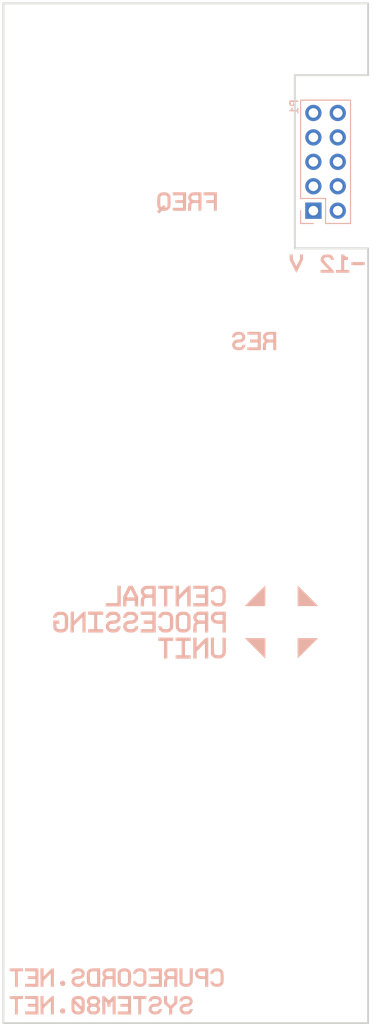
<source format=kicad_pcb>
(kicad_pcb (version 4) (host pcbnew 4.0.2-stable)

  (general
    (links 7)
    (no_connects 7)
    (area -18.90989 -33.613668 153.153572 122.250001)
    (thickness 1.6)
    (drawings 53)
    (tracks 0)
    (zones 0)
    (modules 9)
    (nets 4)
  )

  (page B)
  (layers
    (0 F.Cu signal)
    (1 In1.Cu signal)
    (2 In2.Cu signal)
    (31 B.Cu signal)
    (32 B.Adhes user)
    (33 F.Adhes user)
    (34 B.Paste user)
    (35 F.Paste user)
    (36 B.SilkS user)
    (37 F.SilkS user)
    (38 B.Mask user)
    (39 F.Mask user)
    (40 Dwgs.User user)
    (41 Cmts.User user)
    (42 Eco1.User user hide)
    (43 Eco2.User user)
    (44 Edge.Cuts user)
    (45 Margin user)
    (46 B.CrtYd user)
    (47 F.CrtYd user)
    (48 B.Fab user)
    (49 F.Fab user)
  )

  (setup
    (last_trace_width 0.25)
    (user_trace_width 0.25)
    (user_trace_width 0.35)
    (user_trace_width 0.8)
    (user_trace_width 1)
    (user_trace_width 0.25)
    (user_trace_width 0.35)
    (user_trace_width 0.5)
    (user_trace_width 0.8)
    (user_trace_width 1)
    (user_trace_width 1.5)
    (user_trace_width 0.25)
    (user_trace_width 0.35)
    (user_trace_width 0.5)
    (user_trace_width 0.8)
    (user_trace_width 1)
    (user_trace_width 1.5)
    (user_trace_width 0.25)
    (user_trace_width 0.35)
    (user_trace_width 0.5)
    (user_trace_width 0.8)
    (user_trace_width 1)
    (user_trace_width 1.5)
    (user_trace_width 0.25)
    (user_trace_width 0.35)
    (user_trace_width 0.5)
    (user_trace_width 0.8)
    (user_trace_width 1)
    (user_trace_width 1.5)
    (user_trace_width 0.25)
    (user_trace_width 0.35)
    (user_trace_width 0.5)
    (user_trace_width 0.8)
    (user_trace_width 1)
    (user_trace_width 1.5)
    (user_trace_width 0.25)
    (user_trace_width 0.35)
    (user_trace_width 0.5)
    (user_trace_width 0.8)
    (user_trace_width 1)
    (user_trace_width 1.5)
    (user_trace_width 0.25)
    (user_trace_width 0.35)
    (user_trace_width 0.5)
    (user_trace_width 0.8)
    (user_trace_width 1)
    (user_trace_width 1.5)
    (user_trace_width 0.25)
    (user_trace_width 0.35)
    (user_trace_width 0.5)
    (user_trace_width 0.8)
    (user_trace_width 1)
    (user_trace_width 1.5)
    (user_trace_width 0.25)
    (user_trace_width 0.35)
    (user_trace_width 0.5)
    (user_trace_width 0.8)
    (user_trace_width 1)
    (user_trace_width 1.5)
    (user_trace_width 0.25)
    (user_trace_width 0.35)
    (user_trace_width 0.5)
    (user_trace_width 0.8)
    (user_trace_width 1)
    (user_trace_width 1.5)
    (user_trace_width 0.25)
    (user_trace_width 0.35)
    (user_trace_width 0.5)
    (user_trace_width 0.8)
    (user_trace_width 1)
    (user_trace_width 1.5)
    (user_trace_width 0.25)
    (user_trace_width 0.35)
    (user_trace_width 0.5)
    (user_trace_width 0.8)
    (user_trace_width 1)
    (user_trace_width 1.5)
    (user_trace_width 0.25)
    (user_trace_width 0.35)
    (user_trace_width 0.5)
    (user_trace_width 0.8)
    (user_trace_width 1)
    (user_trace_width 1.5)
    (user_trace_width 0.25)
    (user_trace_width 0.35)
    (user_trace_width 0.5)
    (user_trace_width 0.8)
    (user_trace_width 1)
    (user_trace_width 1.5)
    (trace_clearance 0.2)
    (zone_clearance 0.254)
    (zone_45_only yes)
    (trace_min 0.2)
    (segment_width 0.2)
    (edge_width 0.2)
    (via_size 0.8)
    (via_drill 0.4)
    (via_min_size 0.4)
    (via_min_drill 0.3)
    (blind_buried_vias_allowed yes)
    (uvia_size 0.3)
    (uvia_drill 0.1)
    (uvias_allowed no)
    (uvia_min_size 0.2)
    (uvia_min_drill 0.1)
    (pcb_text_width 0.3)
    (pcb_text_size 1.5 1.5)
    (mod_edge_width 0.15)
    (mod_text_size 1 1)
    (mod_text_width 0.15)
    (pad_size 5 5)
    (pad_drill 5)
    (pad_to_mask_clearance 0)
    (pad_to_paste_clearance -0.05)
    (aux_axis_origin 0 0)
    (grid_origin 176.4 61.15)
    (visible_elements 7FFEB67F)
    (pcbplotparams
      (layerselection 0x01100_00000000)
      (usegerberextensions false)
      (excludeedgelayer true)
      (linewidth 0.100000)
      (plotframeref false)
      (viasonmask false)
      (mode 1)
      (useauxorigin false)
      (hpglpennumber 1)
      (hpglpenspeed 20)
      (hpglpendiameter 15)
      (hpglpenoverlay 2)
      (psnegative false)
      (psa4output false)
      (plotreference false)
      (plotvalue false)
      (plotinvisibletext false)
      (padsonsilk false)
      (subtractmaskfromsilk false)
      (outputformat 4)
      (mirror false)
      (drillshape 0)
      (scaleselection 1)
      (outputdirectory Gerbers/Back_panel/))
  )

  (net 0 "")
  (net 1 GND)
  (net 2 "Net-(F1-Pad2)")
  (net 3 "Net-(F2-Pad2)")

  (net_class Default "This is the default net class."
    (clearance 0.2)
    (trace_width 0.25)
    (via_dia 0.8)
    (via_drill 0.4)
    (uvia_dia 0.3)
    (uvia_drill 0.1)
    (add_net GND)
    (add_net "Net-(F1-Pad2)")
    (add_net "Net-(F2-Pad2)")
  )

  (net_class POWER ""
    (clearance 0.25)
    (trace_width 0.35)
    (via_dia 0.9)
    (via_drill 0.45)
    (uvia_dia 0.3)
    (uvia_drill 0.1)
  )

  (module MyModules:SNAP_HOLE_0.125_INCH (layer F.Cu) (tedit 5CF5DA85) (tstamp 5CF5E836)
    (at 130.04 46.75)
    (fp_text reference SNAP-HOLE-0.125-INCH (at 0 -5) (layer F.SilkS) hide
      (effects (font (size 1.5 1.5) (thickness 0.15)))
    )
    (fp_text value VAL** (at 0 5) (layer F.SilkS) hide
      (effects (font (size 1.5 1.5) (thickness 0.15)))
    )
    (pad "" np_thru_hole circle (at 0 0) (size 5 5) (drill 5) (layers *.Cu *.Mask F.SilkS)
      (clearance 0.3175))
  )

  (module MyModules:SNAP_HOLE_0.125_INCH (layer F.Cu) (tedit 5CF5DA85) (tstamp 5CF5E823)
    (at 123.04 32.25)
    (fp_text reference SNAP-HOLE-0.125-INCH (at 0 -5) (layer F.SilkS) hide
      (effects (font (size 1.5 1.5) (thickness 0.15)))
    )
    (fp_text value VAL** (at 0 5) (layer F.SilkS) hide
      (effects (font (size 1.5 1.5) (thickness 0.15)))
    )
    (pad "" np_thru_hole circle (at 0 0) (size 5 5) (drill 5) (layers *.Cu *.Mask F.SilkS)
      (clearance 0.3175))
  )

  (module MyModules:SNAP_HOLE_0.125_INCH (layer F.Cu) (tedit 56C0A971) (tstamp 5CF5E81E)
    (at 113.15 107.15)
    (fp_text reference SNAP-HOLE-0.125-INCH (at 0 -5) (layer F.SilkS) hide
      (effects (font (size 1.5 1.5) (thickness 0.15)))
    )
    (fp_text value VAL** (at 0 5) (layer F.SilkS) hide
      (effects (font (size 1.5 1.5) (thickness 0.15)))
    )
    (pad "" np_thru_hole circle (at 0 0) (size 3.175 3.175) (drill 3.175) (layers *.Cu *.Mask F.SilkS)
      (clearance 0.3175))
  )

  (module MyModules:SNAP_HOLE_0.125_INCH (layer F.Cu) (tedit 56C0A971) (tstamp 5CF5E81A)
    (at 138.4 68.9)
    (fp_text reference SNAP-HOLE-0.125-INCH (at 0 -5) (layer F.SilkS) hide
      (effects (font (size 1.5 1.5) (thickness 0.15)))
    )
    (fp_text value VAL** (at 0 5) (layer F.SilkS) hide
      (effects (font (size 1.5 1.5) (thickness 0.15)))
    )
    (pad "" np_thru_hole circle (at 0 0) (size 3.175 3.175) (drill 3.175) (layers *.Cu *.Mask F.SilkS)
      (clearance 0.3175))
  )

  (module MyModules:SNAP_HOLE_0.125_INCH (layer F.Cu) (tedit 56C0A971) (tstamp 5CF5E816)
    (at 107.15 63.4)
    (fp_text reference SNAP-HOLE-0.125-INCH (at 0 -5) (layer F.SilkS) hide
      (effects (font (size 1.5 1.5) (thickness 0.15)))
    )
    (fp_text value VAL** (at 0 5) (layer F.SilkS) hide
      (effects (font (size 1.5 1.5) (thickness 0.15)))
    )
    (pad "" np_thru_hole circle (at 0 0) (size 3.175 3.175) (drill 3.175) (layers *.Cu *.Mask F.SilkS)
      (clearance 0.3175))
  )

  (module Pin_Headers:Pin_Header_Straight_2x05_Pitch2.54mm locked (layer B.Cu) (tedit 5CE35AD4) (tstamp 5A164696)
    (at 136.2 37.7)
    (descr "Through hole straight pin header, 2x05, 2.54mm pitch, double rows")
    (tags "Through hole pin header THT 2x05 2.54mm double row")
    (path /5544921F)
    (fp_text reference P1 (at -2 -10.8 90) (layer B.SilkS)
      (effects (font (size 0.8 0.8) (thickness 0.15)) (justify mirror))
    )
    (fp_text value CONN_02X05 (at 1.27 -12.49) (layer B.Fab)
      (effects (font (size 1 1) (thickness 0.15)) (justify mirror))
    )
    (fp_line (start 0 1.27) (end 3.81 1.27) (layer B.Fab) (width 0.1))
    (fp_line (start 3.81 1.27) (end 3.81 -11.43) (layer B.Fab) (width 0.1))
    (fp_line (start 3.81 -11.43) (end -1.27 -11.43) (layer B.Fab) (width 0.1))
    (fp_line (start -1.27 -11.43) (end -1.27 0) (layer B.Fab) (width 0.1))
    (fp_line (start -1.27 0) (end 0 1.27) (layer B.Fab) (width 0.1))
    (fp_line (start -1.33 -11.49) (end 3.87 -11.49) (layer B.SilkS) (width 0.12))
    (fp_line (start -1.33 -1.27) (end -1.33 -11.49) (layer B.SilkS) (width 0.12))
    (fp_line (start 3.87 1.33) (end 3.87 -11.49) (layer B.SilkS) (width 0.12))
    (fp_line (start -1.33 -1.27) (end 1.27 -1.27) (layer B.SilkS) (width 0.12))
    (fp_line (start 1.27 -1.27) (end 1.27 1.33) (layer B.SilkS) (width 0.12))
    (fp_line (start 1.27 1.33) (end 3.87 1.33) (layer B.SilkS) (width 0.12))
    (fp_line (start -1.33 0) (end -1.33 1.33) (layer B.SilkS) (width 0.12))
    (fp_line (start -1.33 1.33) (end 0 1.33) (layer B.SilkS) (width 0.12))
    (fp_line (start -1.8 1.8) (end -1.8 -11.95) (layer B.CrtYd) (width 0.05))
    (fp_line (start -1.8 -11.95) (end 4.35 -11.95) (layer B.CrtYd) (width 0.05))
    (fp_line (start 4.35 -11.95) (end 4.35 1.8) (layer B.CrtYd) (width 0.05))
    (fp_line (start 4.35 1.8) (end -1.8 1.8) (layer B.CrtYd) (width 0.05))
    (fp_text user %R (at 1.27 -5.08 270) (layer B.Fab)
      (effects (font (size 1 1) (thickness 0.15)) (justify mirror))
    )
    (pad 1 thru_hole rect (at 0 0) (size 1.7 1.7) (drill 1) (layers *.Cu *.Mask)
      (net 2 "Net-(F1-Pad2)"))
    (pad 2 thru_hole oval (at 2.54 0) (size 1.7 1.7) (drill 1) (layers *.Cu *.Mask)
      (net 2 "Net-(F1-Pad2)"))
    (pad 3 thru_hole oval (at 0 -2.54) (size 1.7 1.7) (drill 1) (layers *.Cu *.Mask)
      (net 1 GND))
    (pad 4 thru_hole oval (at 2.54 -2.54) (size 1.7 1.7) (drill 1) (layers *.Cu *.Mask)
      (net 1 GND))
    (pad 5 thru_hole oval (at 0 -5.08) (size 1.7 1.7) (drill 1) (layers *.Cu *.Mask)
      (net 1 GND))
    (pad 6 thru_hole oval (at 2.54 -5.08) (size 1.7 1.7) (drill 1) (layers *.Cu *.Mask)
      (net 1 GND))
    (pad 7 thru_hole oval (at 0 -7.62) (size 1.7 1.7) (drill 1) (layers *.Cu *.Mask)
      (net 1 GND))
    (pad 8 thru_hole oval (at 2.54 -7.62) (size 1.7 1.7) (drill 1) (layers *.Cu *.Mask)
      (net 1 GND))
    (pad 9 thru_hole oval (at 0 -10.16) (size 1.7 1.7) (drill 1) (layers *.Cu *.Mask)
      (net 3 "Net-(F2-Pad2)"))
    (pad 10 thru_hole oval (at 2.54 -10.16) (size 1.7 1.7) (drill 1) (layers *.Cu *.Mask)
      (net 3 "Net-(F2-Pad2)"))
    (model Pin_Headers.3dshapes/Pin_Header_Straight_2x05.wrl
      (at (xyz 0.05 -0.2 0))
      (scale (xyz 1 1 1))
      (rotate (xyz 0 0 90))
    )
  )

  (module MyModules:SNAP_HOLE_0.125_INCH (layer F.Cu) (tedit 56C0A971) (tstamp 5CF5E7C8)
    (at 121.4 23.4)
    (fp_text reference SNAP-HOLE-0.125-INCH (at 0 -5) (layer F.SilkS) hide
      (effects (font (size 1.5 1.5) (thickness 0.15)))
    )
    (fp_text value VAL** (at 0 5) (layer F.SilkS) hide
      (effects (font (size 1.5 1.5) (thickness 0.15)))
    )
    (pad "" np_thru_hole circle (at 0 0) (size 3.175 3.175) (drill 3.175) (layers *.Cu *.Mask F.SilkS)
      (clearance 0.3175))
  )

  (module Logos:860_CPU_backplane (layer B.Cu) (tedit 0) (tstamp 5CF7F10C)
    (at 122.9 69.15 180)
    (fp_text reference G*** (at 0 0 180) (layer B.SilkS) hide
      (effects (font (thickness 0.3)) (justify mirror))
    )
    (fp_text value LOGO (at 0.75 0 180) (layer B.SilkS) hide
      (effects (font (thickness 0.3)) (justify mirror))
    )
    (fp_poly (pts (xy 0.102026 -50.18454) (xy 0.256027 -50.207859) (xy 0.378046 -50.257014) (xy 0.478569 -50.335147)
      (xy 0.505145 -50.363616) (xy 0.572438 -50.463341) (xy 0.623894 -50.581795) (xy 0.6483 -50.692104)
      (xy 0.648954 -50.708278) (xy 0.623954 -50.731332) (xy 0.547106 -50.742366) (xy 0.493889 -50.743555)
      (xy 0.404317 -50.741177) (xy 0.357654 -50.730709) (xy 0.340449 -50.707147) (xy 0.338667 -50.685828)
      (xy 0.319531 -50.62696) (xy 0.2731 -50.562617) (xy 0.269394 -50.558828) (xy 0.230087 -50.524783)
      (xy 0.186003 -50.504124) (xy 0.122405 -50.493577) (xy 0.024558 -50.489868) (xy -0.042398 -50.489555)
      (xy -0.161926 -50.490841) (xy -0.239674 -50.497036) (xy -0.29029 -50.511651) (xy -0.328422 -50.538194)
      (xy -0.354125 -50.564232) (xy -0.411312 -50.66418) (xy -0.420039 -50.777481) (xy -0.392839 -50.860689)
      (xy -0.325982 -50.927144) (xy -0.209858 -50.972251) (xy -0.047876 -50.99494) (xy 0.042828 -50.997555)
      (xy 0.177251 -51.003605) (xy 0.283499 -51.020267) (xy 0.333013 -51.037369) (xy 0.454423 -51.127047)
      (xy 0.554798 -51.250666) (xy 0.623303 -51.391213) (xy 0.649105 -51.531673) (xy 0.649111 -51.533778)
      (xy 0.62403 -51.674283) (xy 0.555988 -51.815041) (xy 0.455786 -51.939109) (xy 0.334225 -52.029545)
      (xy 0.332454 -52.030475) (xy 0.263542 -52.052175) (xy 0.157341 -52.070259) (xy 0.032976 -52.082989)
      (xy -0.09043 -52.088627) (xy -0.19375 -52.085437) (xy -0.225778 -52.08119) (xy -0.33404 -52.058876)
      (xy -0.407611 -52.034239) (xy -0.46782 -51.998044) (xy -0.523035 -51.952514) (xy -0.63158 -51.834224)
      (xy -0.695821 -51.702384) (xy -0.71493 -51.6255) (xy -0.732367 -51.533778) (xy -0.57785 -51.533778)
      (xy -0.48561 -51.537287) (xy -0.437975 -51.550028) (xy -0.423415 -51.575323) (xy -0.423333 -51.578282)
      (xy -0.404543 -51.625267) (xy -0.357756 -51.687416) (xy -0.340838 -51.705282) (xy -0.29366 -51.747923)
      (xy -0.247072 -51.772651) (xy -0.183876 -51.784288) (xy -0.086871 -51.787657) (xy -0.04667 -51.787778)
      (xy 0.067652 -51.785432) (xy 0.14349 -51.775478) (xy 0.198715 -51.753542) (xy 0.251194 -51.715252)
      (xy 0.251835 -51.714713) (xy 0.321965 -51.624361) (xy 0.342411 -51.521889) (xy 0.312629 -51.420889)
      (xy 0.265911 -51.362308) (xy 0.225275 -51.329854) (xy 0.177143 -51.308184) (xy 0.108053 -51.294112)
      (xy 0.004544 -51.284451) (xy -0.085336 -51.279144) (xy -0.218374 -51.270577) (xy -0.310682 -51.25907)
      (xy -0.377966 -51.24072) (xy -0.435932 -51.211624) (xy -0.48279 -51.180366) (xy -0.604125 -51.063686)
      (xy -0.681702 -50.923152) (xy -0.715602 -50.769472) (xy -0.705906 -50.613352) (xy -0.652693 -50.4655)
      (xy -0.556043 -50.336624) (xy -0.475983 -50.272027) (xy -0.412366 -50.234495) (xy -0.347938 -50.210283)
      (xy -0.266249 -50.195592) (xy -0.150848 -50.186625) (xy -0.094441 -50.183915) (xy 0.102026 -50.18454)) (layer B.SilkS) (width 0.01))
    (fp_poly (pts (xy 1.185333 -50.815625) (xy 1.376566 -51.005392) (xy 1.567799 -51.19516) (xy 1.947333 -50.812694)
      (xy 1.947333 -50.179111) (xy 2.257778 -50.179111) (xy 2.257778 -50.928115) (xy 1.721556 -51.462107)
      (xy 1.721556 -52.098222) (xy 1.585148 -52.098222) (xy 1.501543 -52.094622) (xy 1.443319 -52.085476)
      (xy 1.429926 -52.079407) (xy 1.422187 -52.045024) (xy 1.415993 -51.966796) (xy 1.412089 -51.857319)
      (xy 1.411111 -51.76135) (xy 1.411111 -51.462107) (xy 0.874889 -50.928115) (xy 0.874889 -50.179111)
      (xy 1.185333 -50.179111) (xy 1.185333 -50.815625)) (layer B.SilkS) (width 0.01))
    (fp_poly (pts (xy 3.372596 -50.184314) (xy 3.442516 -50.195316) (xy 3.503075 -50.216581) (xy 3.556 -50.242843)
      (xy 3.683536 -50.337207) (xy 3.784869 -50.46355) (xy 3.846697 -50.604253) (xy 3.854096 -50.637722)
      (xy 3.872726 -50.743555) (xy 3.714363 -50.743555) (xy 3.623689 -50.741272) (xy 3.576041 -50.731181)
      (xy 3.558079 -50.708418) (xy 3.556 -50.685828) (xy 3.536865 -50.62696) (xy 3.490434 -50.562617)
      (xy 3.486727 -50.558828) (xy 3.447414 -50.524779) (xy 3.403322 -50.504119) (xy 3.33971 -50.493574)
      (xy 3.241841 -50.489867) (xy 3.175 -50.489555) (xy 3.054323 -50.491059) (xy 2.975319 -50.497754)
      (xy 2.923248 -50.512916) (xy 2.883373 -50.53982) (xy 2.863273 -50.558828) (xy 2.807177 -50.651804)
      (xy 2.795144 -50.762468) (xy 2.824494 -50.860689) (xy 2.891351 -50.927144) (xy 3.007475 -50.972251)
      (xy 3.169457 -50.99494) (xy 3.260162 -50.997555) (xy 3.399924 -51.00406) (xy 3.508216 -51.022177)
      (xy 3.553212 -51.038447) (xy 3.675647 -51.130393) (xy 3.775712 -51.259997) (xy 3.842788 -51.409711)
      (xy 3.866287 -51.555851) (xy 3.842832 -51.677019) (xy 3.779435 -51.805042) (xy 3.687373 -51.923055)
      (xy 3.57792 -52.014188) (xy 3.548584 -52.031097) (xy 3.482154 -52.051789) (xy 3.378197 -52.069542)
      (xy 3.255613 -52.082684) (xy 3.133306 -52.089545) (xy 3.030178 -52.088455) (xy 2.977445 -52.081576)
      (xy 2.90127 -52.063879) (xy 2.858018 -52.054382) (xy 2.787126 -52.021478) (xy 2.70217 -51.957929)
      (xy 2.621201 -51.879502) (xy 2.562273 -51.801967) (xy 2.556069 -51.790644) (xy 2.522329 -51.707608)
      (xy 2.498823 -51.6255) (xy 2.479071 -51.533778) (xy 2.636535 -51.533778) (xy 2.729783 -51.537167)
      (xy 2.778379 -51.549504) (xy 2.793827 -51.57404) (xy 2.794 -51.578282) (xy 2.81279 -51.625267)
      (xy 2.859578 -51.687416) (xy 2.876496 -51.705282) (xy 2.923673 -51.747923) (xy 2.970261 -51.772651)
      (xy 3.033457 -51.784288) (xy 3.130462 -51.787657) (xy 3.170664 -51.787778) (xy 3.284985 -51.785432)
      (xy 3.360824 -51.775478) (xy 3.416048 -51.753542) (xy 3.468527 -51.715252) (xy 3.469168 -51.714713)
      (xy 3.539402 -51.624591) (xy 3.556604 -51.522573) (xy 3.520297 -51.417354) (xy 3.487928 -51.373074)
      (xy 3.453207 -51.3367) (xy 3.415549 -51.312687) (xy 3.361978 -51.297565) (xy 3.279517 -51.287865)
      (xy 3.155191 -51.280116) (xy 3.13668 -51.279144) (xy 3.002709 -51.270723) (xy 2.909725 -51.259553)
      (xy 2.842281 -51.241838) (xy 2.78493 -51.213785) (xy 2.734543 -51.180366) (xy 2.61058 -51.061744)
      (xy 2.532082 -50.920027) (xy 2.499041 -50.765555) (xy 2.511447 -50.608672) (xy 2.569292 -50.459717)
      (xy 2.672566 -50.329033) (xy 2.735343 -50.277889) (xy 2.794551 -50.238898) (xy 2.849405 -50.213531)
      (xy 2.915034 -50.198302) (xy 3.006568 -50.189727) (xy 3.139138 -50.184323) (xy 3.142052 -50.184232)
      (xy 3.27766 -50.181358) (xy 3.372596 -50.184314)) (layer B.SilkS) (width 0.01))
    (fp_poly (pts (xy 5.475111 -50.489555) (xy 4.938889 -50.489555) (xy 4.938889 -52.098222) (xy 4.802482 -52.098222)
      (xy 4.718876 -52.094622) (xy 4.660653 -52.085476) (xy 4.647259 -52.079407) (xy 4.642358 -52.047337)
      (xy 4.637932 -51.96622) (xy 4.634156 -51.843455) (xy 4.631201 -51.686439) (xy 4.629243 -51.50257)
      (xy 4.628453 -51.299244) (xy 4.628445 -51.276133) (xy 4.628445 -50.491674) (xy 4.106333 -50.475444)
      (xy 4.097803 -50.327278) (xy 4.089273 -50.179111) (xy 5.475111 -50.179111) (xy 5.475111 -50.489555)) (layer B.SilkS) (width 0.01))
    (fp_poly (pts (xy 7.078197 -50.327278) (xy 7.069667 -50.475444) (xy 6.5405 -50.483123) (xy 6.011333 -50.490801)
      (xy 6.011333 -50.997555) (xy 6.801556 -50.997555) (xy 6.801556 -51.279778) (xy 6.011333 -51.279778)
      (xy 6.011333 -51.787778) (xy 7.086728 -51.787778) (xy 7.078197 -51.935944) (xy 7.069667 -52.084111)
      (xy 6.385278 -52.091668) (xy 5.700889 -52.099226) (xy 5.700889 -50.179111) (xy 7.086728 -50.179111)
      (xy 7.078197 -50.327278)) (layer B.SilkS) (width 0.01))
    (fp_poly (pts (xy 7.485377 -50.1817) (xy 7.532368 -50.194153) (xy 7.581874 -50.223494) (xy 7.64463 -50.276749)
      (xy 7.731374 -50.360944) (xy 7.775258 -50.404925) (xy 7.999748 -50.630739) (xy 8.226741 -50.404925)
      (xy 8.327099 -50.306503) (xy 8.398958 -50.241713) (xy 8.453024 -50.203583) (xy 8.500004 -50.185138)
      (xy 8.550606 -50.179406) (xy 8.573465 -50.179111) (xy 8.693195 -50.179111) (xy 8.678333 -52.084111)
      (xy 8.530167 -52.092641) (xy 8.382 -52.101172) (xy 8.382 -50.703878) (xy 8.269111 -50.814111)
      (xy 8.207003 -50.878363) (xy 8.173212 -50.931186) (xy 8.15915 -50.994483) (xy 8.156232 -51.090156)
      (xy 8.156222 -51.102061) (xy 8.156222 -51.279778) (xy 7.845778 -51.279778) (xy 7.845778 -51.102061)
      (xy 7.84348 -51.002023) (xy 7.830887 -50.936527) (xy 7.799445 -50.883696) (xy 7.740603 -50.821657)
      (xy 7.733403 -50.814612) (xy 7.621027 -50.704881) (xy 7.605889 -52.084111) (xy 7.457722 -52.092641)
      (xy 7.309556 -52.101172) (xy 7.309556 -50.179111) (xy 7.430162 -50.179111) (xy 7.485377 -50.1817)) (layer B.SilkS) (width 0.01))
    (fp_poly (pts (xy 9.836842 -50.195638) (xy 9.963547 -50.230018) (xy 9.982524 -50.238444) (xy 10.116802 -50.330658)
      (xy 10.214185 -50.452933) (xy 10.27224 -50.594345) (xy 10.288535 -50.743969) (xy 10.260637 -50.890879)
      (xy 10.186113 -51.02415) (xy 10.163326 -51.05044) (xy 10.113937 -51.106052) (xy 10.09998 -51.139109)
      (xy 10.118087 -51.168047) (xy 10.138392 -51.186986) (xy 10.228706 -51.304492) (xy 10.279657 -51.449219)
      (xy 10.286399 -51.603729) (xy 10.273425 -51.672898) (xy 10.217802 -51.797239) (xy 10.127079 -51.917261)
      (xy 10.019336 -52.01049) (xy 9.986117 -52.030019) (xy 9.909858 -52.054116) (xy 9.79586 -52.072568)
      (xy 9.662662 -52.084064) (xy 9.528801 -52.087293) (xy 9.412816 -52.080944) (xy 9.367423 -52.073789)
      (xy 9.250846 -52.033854) (xy 9.137424 -51.970239) (xy 9.048889 -51.896172) (xy 9.024199 -51.864892)
      (xy 8.951807 -51.71072) (xy 8.926306 -51.551032) (xy 8.929311 -51.529231) (xy 9.229564 -51.529231)
      (xy 9.245289 -51.636334) (xy 9.294068 -51.711817) (xy 9.381547 -51.759418) (xy 9.513369 -51.782871)
      (xy 9.618893 -51.786919) (xy 9.728669 -51.78552) (xy 9.799593 -51.776899) (xy 9.849211 -51.756105)
      (xy 9.895068 -51.718187) (xy 9.908171 -51.705282) (xy 9.975008 -51.611271) (xy 9.990667 -51.533778)
      (xy 9.965481 -51.436479) (xy 9.908171 -51.362273) (xy 9.860993 -51.319632) (xy 9.814406 -51.294905)
      (xy 9.751209 -51.283268) (xy 9.654205 -51.279898) (xy 9.614003 -51.279778) (xy 9.499682 -51.282124)
      (xy 9.423843 -51.292077) (xy 9.368619 -51.314013) (xy 9.316139 -51.352303) (xy 9.315499 -51.352842)
      (xy 9.253782 -51.419111) (xy 9.230896 -51.492357) (xy 9.229564 -51.529231) (xy 8.929311 -51.529231)
      (xy 8.947459 -51.397617) (xy 9.015028 -51.262263) (xy 9.036907 -51.235155) (xy 9.123553 -51.13647)
      (xy 9.064568 -51.073683) (xy 9.003631 -50.988008) (xy 8.952377 -50.880346) (xy 8.922125 -50.776735)
      (xy 8.920765 -50.762443) (xy 9.2298 -50.762443) (xy 9.259111 -50.860596) (xy 9.322109 -50.92412)
      (xy 9.42389 -50.969159) (xy 9.549077 -50.993119) (xy 9.68229 -50.993406) (xy 9.808152 -50.967423)
      (xy 9.834079 -50.957611) (xy 9.930433 -50.891561) (xy 9.983107 -50.800155) (xy 9.989174 -50.696581)
      (xy 9.945703 -50.594027) (xy 9.921459 -50.564232) (xy 9.883514 -50.527794) (xy 9.842845 -50.505622)
      (xy 9.784803 -50.494206) (xy 9.694741 -50.490039) (xy 9.609731 -50.489555) (xy 9.489038 -50.491058)
      (xy 9.410021 -50.497749) (xy 9.357944 -50.512903) (xy 9.318071 -50.539792) (xy 9.297939 -50.558828)
      (xy 9.241851 -50.651794) (xy 9.2298 -50.762443) (xy 8.920765 -50.762443) (xy 8.91838 -50.737406)
      (xy 8.945238 -50.57234) (xy 9.019416 -50.422035) (xy 9.132551 -50.299567) (xy 9.24161 -50.232159)
      (xy 9.36259 -50.196575) (xy 9.515819 -50.178743) (xy 9.680751 -50.178489) (xy 9.836842 -50.195638)) (layer B.SilkS) (width 0.01))
    (fp_poly (pts (xy 11.249462 -50.184861) (xy 11.384811 -50.190867) (xy 11.479045 -50.200381) (xy 11.547496 -50.216707)
      (xy 11.605492 -50.24315) (xy 11.651071 -50.271424) (xy 11.737859 -50.345917) (xy 11.813776 -50.438814)
      (xy 11.831609 -50.46842) (xy 11.854321 -50.514323) (xy 11.870935 -50.560727) (xy 11.882398 -50.617117)
      (xy 11.889657 -50.692975) (xy 11.893657 -50.797783) (xy 11.895344 -50.941024) (xy 11.895667 -51.110444)
      (xy 11.894525 -51.281781) (xy 11.891353 -51.438168) (xy 11.886533 -51.569006) (xy 11.880446 -51.663698)
      (xy 11.874092 -51.709649) (xy 11.83126 -51.797129) (xy 11.756878 -51.893767) (xy 11.667994 -51.98001)
      (xy 11.594783 -52.030019) (xy 11.526864 -52.051232) (xy 11.421551 -52.069383) (xy 11.297879 -52.082764)
      (xy 11.174883 -52.089664) (xy 11.071598 -52.088374) (xy 11.020778 -52.081576) (xy 10.945046 -52.063964)
      (xy 10.900122 -52.054074) (xy 10.819636 -52.016105) (xy 10.729723 -51.942647) (xy 10.645556 -51.849011)
      (xy 10.582306 -51.75051) (xy 10.568574 -51.719453) (xy 10.555478 -51.677742) (xy 10.879667 -51.677742)
      (xy 10.946293 -51.73276) (xy 10.996256 -51.763233) (xy 11.064122 -51.780339) (xy 11.165625 -51.7872)
      (xy 11.223631 -51.787778) (xy 11.334562 -51.785986) (xy 11.406354 -51.777371) (xy 11.456278 -51.757075)
      (xy 11.501604 -51.720236) (xy 11.516838 -51.705282) (xy 11.551836 -51.668484) (xy 11.575201 -51.633383)
      (xy 11.589283 -51.588125) (xy 11.596433 -51.520856) (xy 11.599 -51.419722) (xy 11.599333 -51.289142)
      (xy 11.599333 -50.955499) (xy 11.2395 -51.316621) (xy 10.879667 -51.677742) (xy 10.555478 -51.677742)
      (xy 10.551659 -51.665581) (xy 10.539797 -51.600513) (xy 10.532457 -51.514942) (xy 10.529106 -51.399566)
      (xy 10.529211 -51.245079) (xy 10.531647 -51.074479) (xy 10.533675 -50.960856) (xy 10.837333 -50.960856)
      (xy 10.837333 -51.293612) (xy 11.197167 -50.93257) (xy 11.32464 -50.804122) (xy 11.41652 -50.709337)
      (xy 11.477365 -50.642206) (xy 11.511736 -50.596723) (xy 11.52419 -50.566878) (xy 11.519287 -50.546663)
      (xy 11.502217 -50.530541) (xy 11.440052 -50.505961) (xy 11.331501 -50.492623) (xy 11.211656 -50.489555)
      (xy 11.092658 -50.491172) (xy 11.014993 -50.498302) (xy 10.963588 -50.51437) (xy 10.92337 -50.542797)
      (xy 10.906606 -50.558828) (xy 10.877015 -50.591656) (xy 10.857314 -50.627481) (xy 10.8455 -50.677918)
      (xy 10.839572 -50.754587) (xy 10.837528 -50.869105) (xy 10.837333 -50.960856) (xy 10.533675 -50.960856)
      (xy 10.541 -50.550686) (xy 10.626044 -50.428398) (xy 10.713267 -50.33095) (xy 10.818596 -50.251334)
      (xy 10.837711 -50.240746) (xy 10.90299 -50.210384) (xy 10.96589 -50.19193) (xy 11.042224 -50.18324)
      (xy 11.147801 -50.182167) (xy 11.249462 -50.184861)) (layer B.SilkS) (width 0.01))
    (fp_poly (pts (xy 13.887033 -50.181509) (xy 13.92382 -50.192029) (xy 13.966303 -50.215655) (xy 14.020699 -50.257375)
      (xy 14.093226 -50.322173) (xy 14.190101 -50.415037) (xy 14.31754 -50.540953) (xy 14.385947 -50.609158)
      (xy 14.816667 -51.039206) (xy 14.816667 -50.179111) (xy 15.127862 -50.179111) (xy 15.113 -52.084111)
      (xy 14.964833 -52.092641) (xy 14.816667 -52.101172) (xy 14.816667 -51.462438) (xy 14.436182 -51.082737)
      (xy 14.055698 -50.703036) (xy 14.048127 -51.393573) (xy 14.040556 -52.084111) (xy 13.892389 -52.092641)
      (xy 13.744222 -52.101172) (xy 13.744222 -50.179111) (xy 13.849725 -50.179111) (xy 13.887033 -50.181509)) (layer B.SilkS) (width 0.01))
    (fp_poly (pts (xy 16.730197 -50.327278) (xy 16.721667 -50.475444) (xy 16.1925 -50.483123) (xy 15.663333 -50.490801)
      (xy 15.663333 -50.997555) (xy 16.453556 -50.997555) (xy 16.453556 -51.279778) (xy 15.663333 -51.279778)
      (xy 15.663333 -51.787778) (xy 16.738728 -51.787778) (xy 16.730197 -51.935944) (xy 16.721667 -52.084111)
      (xy 16.037278 -52.091668) (xy 15.352889 -52.099226) (xy 15.352889 -50.179111) (xy 16.738728 -50.179111)
      (xy 16.730197 -50.327278)) (layer B.SilkS) (width 0.01))
    (fp_poly (pts (xy 17.645945 -50.185665) (xy 18.330333 -50.193222) (xy 18.330333 -50.475444) (xy 18.055167 -50.483522)
      (xy 17.78 -50.491599) (xy 17.78 -52.098222) (xy 17.497778 -52.098222) (xy 17.497778 -50.489555)
      (xy 16.961556 -50.489555) (xy 16.961556 -50.178107) (xy 17.645945 -50.185665)) (layer B.SilkS) (width 0.01))
    (fp_poly (pts (xy 12.952317 -51.495685) (xy 13.028081 -51.558045) (xy 13.076975 -51.648178) (xy 13.088222 -51.763728)
      (xy 13.08318 -51.800195) (xy 13.038223 -51.90428) (xy 12.956307 -51.976064) (xy 12.850265 -52.009825)
      (xy 12.732933 -51.999843) (xy 12.680317 -51.979772) (xy 12.612999 -51.920624) (xy 12.563743 -51.829483)
      (xy 12.543266 -51.730325) (xy 12.547672 -51.683028) (xy 12.59612 -51.571147) (xy 12.671586 -51.49883)
      (xy 12.763293 -51.46372) (xy 12.860462 -51.463457) (xy 12.952317 -51.495685)) (layer B.SilkS) (width 0.01))
    (fp_poly (pts (xy -3.130988 -47.308605) (xy -2.988563 -47.330894) (xy -2.87479 -47.365168) (xy -2.839901 -47.382906)
      (xy -2.723722 -47.481216) (xy -2.632488 -47.609327) (xy -2.580338 -47.746805) (xy -2.577508 -47.762155)
      (xy -2.560837 -47.864889) (xy -2.719752 -47.864889) (xy -2.810619 -47.862622) (xy -2.858439 -47.852594)
      (xy -2.876533 -47.829967) (xy -2.878667 -47.807161) (xy -2.897802 -47.748293) (xy -2.944233 -47.68395)
      (xy -2.947939 -47.680161) (xy -2.987631 -47.645866) (xy -3.032227 -47.62517) (xy -3.096654 -47.614715)
      (xy -3.195838 -47.611144) (xy -3.255875 -47.610889) (xy -3.372995 -47.61189) (xy -3.448496 -47.617647)
      (xy -3.497198 -47.632288) (xy -3.533923 -47.65994) (xy -3.567602 -47.697721) (xy -3.594221 -47.730964)
      (xy -3.613434 -47.763908) (xy -3.626449 -47.805912) (xy -3.634474 -47.866335) (xy -3.638713 -47.954535)
      (xy -3.640375 -48.07987) (xy -3.640666 -48.2517) (xy -3.640667 -48.264336) (xy -3.640667 -48.744119)
      (xy -3.558171 -48.826615) (xy -3.513134 -48.86776) (xy -3.469027 -48.892336) (xy -3.409835 -48.904582)
      (xy -3.31954 -48.908738) (xy -3.246444 -48.909111) (xy -3.12909 -48.907372) (xy -3.052713 -48.899771)
      (xy -3.001893 -48.882727) (xy -2.961207 -48.852663) (xy -2.947939 -48.839838) (xy -2.90026 -48.776212)
      (xy -2.878765 -48.716025) (xy -2.878667 -48.712838) (xy -2.872403 -48.679785) (xy -2.84472 -48.662416)
      (xy -2.782275 -48.655869) (xy -2.720304 -48.655111) (xy -2.56194 -48.655111) (xy -2.580571 -48.760944)
      (xy -2.629256 -48.898268) (xy -2.71763 -49.026941) (xy -2.830293 -49.126026) (xy -2.86313 -49.145119)
      (xy -2.969709 -49.181558) (xy -3.111127 -49.205072) (xy -3.26705 -49.214658) (xy -3.417144 -49.20931)
      (xy -3.541076 -49.188025) (xy -3.566237 -49.179856) (xy -3.703233 -49.103575) (xy -3.824642 -48.989359)
      (xy -3.890131 -48.895) (xy -3.909473 -48.829803) (xy -3.924342 -48.719873) (xy -3.934749 -48.576742)
      (xy -3.940703 -48.411944) (xy -3.942213 -48.237012) (xy -3.93929 -48.063478) (xy -3.931943 -47.902876)
      (xy -3.920182 -47.766738) (xy -3.904017 -47.666597) (xy -3.889053 -47.622134) (xy -3.80427 -47.508921)
      (xy -3.68847 -47.407515) (xy -3.564125 -47.336879) (xy -3.540966 -47.328362) (xy -3.426109 -47.305867)
      (xy -3.283143 -47.299772) (xy -3.130988 -47.308605)) (layer B.SilkS) (width 0.01))
    (fp_poly (pts (xy -1.8415 -47.305214) (xy -1.660118 -47.309033) (xy -1.52563 -47.313529) (xy -1.428486 -47.319899)
      (xy -1.359139 -47.329342) (xy -1.308039 -47.343054) (xy -1.265638 -47.362232) (xy -1.232822 -47.381531)
      (xy -1.101659 -47.492437) (xy -1.014761 -47.627748) (xy -0.971718 -47.777511) (xy -0.972122 -47.931773)
      (xy -1.015565 -48.080582) (xy -1.101637 -48.213985) (xy -1.22993 -48.322029) (xy -1.272426 -48.345904)
      (xy -1.332229 -48.371169) (xy -1.401922 -48.387599) (xy -1.49479 -48.396883) (xy -1.624118 -48.400713)
      (xy -1.70632 -48.401111) (xy -2.032 -48.401111) (xy -2.032 -49.219555) (xy -2.342444 -49.219555)
      (xy -2.342444 -47.610889) (xy -2.032 -47.610889) (xy -2.032 -48.123883) (xy -1.719054 -48.11433)
      (xy -1.581787 -48.109488) (xy -1.488923 -48.103072) (xy -1.428437 -48.092284) (xy -1.388303 -48.074321)
      (xy -1.356493 -48.046382) (xy -1.338054 -48.025593) (xy -1.28068 -47.922389) (xy -1.272163 -47.812965)
      (xy -1.312453 -47.711994) (xy -1.339273 -47.680161) (xy -1.373295 -47.649715) (xy -1.410593 -47.629786)
      (xy -1.463343 -47.61816) (xy -1.543721 -47.612624) (xy -1.663902 -47.610964) (xy -1.720273 -47.610889)
      (xy -2.032 -47.610889) (xy -2.342444 -47.610889) (xy -2.342444 -47.295873) (xy -1.8415 -47.305214)) (layer B.SilkS) (width 0.01))
    (fp_poly (pts (xy -0.423333 -48.735447) (xy -0.350269 -48.822279) (xy -0.311462 -48.864974) (xy -0.273487 -48.890732)
      (xy -0.221256 -48.903824) (xy -0.139686 -48.908524) (xy -0.043673 -48.909111) (xy 0.074029 -48.907597)
      (xy 0.15075 -48.900571) (xy 0.201927 -48.884301) (xy 0.242995 -48.855058) (xy 0.264263 -48.834707)
      (xy 0.338667 -48.760303) (xy 0.338667 -47.300444) (xy 0.652429 -47.300444) (xy 0.643714 -48.074196)
      (xy 0.635 -48.847947) (xy 0.550333 -48.967738) (xy 0.458418 -49.073456) (xy 0.35046 -49.145528)
      (xy 0.214575 -49.189231) (xy 0.038878 -49.209844) (xy 0.001426 -49.211535) (xy -0.184862 -49.209771)
      (xy -0.321424 -49.18874) (xy -0.352778 -49.178785) (xy -0.469452 -49.113211) (xy -0.579096 -49.012916)
      (xy -0.664614 -48.896054) (xy -0.703085 -48.80685) (xy -0.712546 -48.743594) (xy -0.720594 -48.63133)
      (xy -0.72695 -48.477484) (xy -0.731332 -48.289483) (xy -0.73346 -48.074751) (xy -0.73362 -47.998944)
      (xy -0.733778 -47.300444) (xy -0.423333 -47.300444) (xy -0.423333 -48.735447)) (layer B.SilkS) (width 0.01))
    (fp_poly (pts (xy 1.375833 -47.305214) (xy 1.557215 -47.309033) (xy 1.691704 -47.313529) (xy 1.788847 -47.319899)
      (xy 1.858195 -47.329342) (xy 1.909294 -47.343054) (xy 1.951695 -47.362232) (xy 1.984511 -47.381531)
      (xy 2.115495 -47.492303) (xy 2.202938 -47.628595) (xy 2.24503 -47.780143) (xy 2.239965 -47.936684)
      (xy 2.185935 -48.087955) (xy 2.124705 -48.177404) (xy 2.052927 -48.262707) (xy 2.111672 -48.325239)
      (xy 2.174408 -48.407293) (xy 2.21749 -48.504481) (xy 2.243741 -48.628063) (xy 2.255983 -48.7893)
      (xy 2.257778 -48.908204) (xy 2.257778 -49.219555) (xy 1.947333 -49.219555) (xy 1.947333 -48.892829)
      (xy 1.946857 -48.752502) (xy 1.943808 -48.656579) (xy 1.935761 -48.59302) (xy 1.920288 -48.549785)
      (xy 1.894961 -48.514832) (xy 1.864838 -48.483607) (xy 1.825842 -48.446911) (xy 1.78841 -48.423115)
      (xy 1.739648 -48.409429) (xy 1.666657 -48.403058) (xy 1.556543 -48.401211) (xy 1.483838 -48.401111)
      (xy 1.185333 -48.401111) (xy 1.185333 -49.219555) (xy 0.874889 -49.219555) (xy 0.874889 -47.610889)
      (xy 1.185333 -47.610889) (xy 1.185333 -48.123883) (xy 1.498279 -48.11433) (xy 1.635547 -48.109488)
      (xy 1.72841 -48.103072) (xy 1.788896 -48.092284) (xy 1.82903 -48.074321) (xy 1.86084 -48.046382)
      (xy 1.879279 -48.025593) (xy 1.937606 -47.921287) (xy 1.943225 -47.812983) (xy 1.896343 -47.711765)
      (xy 1.872929 -47.685293) (xy 1.837104 -47.652456) (xy 1.800039 -47.631039) (xy 1.749278 -47.618609)
      (xy 1.672366 -47.612734) (xy 1.556845 -47.610981) (xy 1.491929 -47.610889) (xy 1.185333 -47.610889)
      (xy 0.874889 -47.610889) (xy 0.874889 -47.295873) (xy 1.375833 -47.305214)) (layer B.SilkS) (width 0.01))
    (fp_poly (pts (xy 3.866445 -47.610889) (xy 2.794 -47.610889) (xy 2.794 -48.118889) (xy 3.584222 -48.118889)
      (xy 3.584222 -48.401111) (xy 2.794 -48.401111) (xy 2.794 -48.909111) (xy 3.866445 -48.909111)
      (xy 3.866445 -49.219555) (xy 2.483556 -49.219555) (xy 2.483556 -47.300444) (xy 3.866445 -47.300444)
      (xy 3.866445 -47.610889)) (layer B.SilkS) (width 0.01))
    (fp_poly (pts (xy 4.877249 -47.303495) (xy 5.007186 -47.315563) (xy 5.082844 -47.332564) (xy 5.242461 -47.413177)
      (xy 5.362952 -47.53403) (xy 5.44251 -47.693013) (xy 5.464783 -47.777969) (xy 5.482167 -47.864889)
      (xy 5.323417 -47.864889) (xy 5.231965 -47.862306) (xy 5.183871 -47.851695) (xy 5.166172 -47.82876)
      (xy 5.164667 -47.812293) (xy 5.145681 -47.758306) (xy 5.099096 -47.694497) (xy 5.090263 -47.685293)
      (xy 5.048351 -47.648178) (xy 5.003911 -47.625961) (xy 4.941432 -47.614876) (xy 4.845403 -47.61116)
      (xy 4.783667 -47.610889) (xy 4.666307 -47.612426) (xy 4.589852 -47.619547) (xy 4.538791 -47.636016)
      (xy 4.497614 -47.665597) (xy 4.477071 -47.685293) (xy 4.402667 -47.759697) (xy 4.402667 -48.760303)
      (xy 4.477071 -48.834707) (xy 4.518982 -48.871821) (xy 4.563422 -48.894039) (xy 4.625902 -48.905124)
      (xy 4.72193 -48.908839) (xy 4.783667 -48.909111) (xy 4.901026 -48.907574) (xy 4.977481 -48.900453)
      (xy 5.028542 -48.883984) (xy 5.069719 -48.854403) (xy 5.090263 -48.834707) (xy 5.139777 -48.771772)
      (xy 5.164142 -48.714476) (xy 5.164667 -48.707707) (xy 5.172522 -48.677309) (xy 5.204753 -48.66138)
      (xy 5.274363 -48.655576) (xy 5.322131 -48.655111) (xy 5.479596 -48.655111) (xy 5.460476 -48.746833)
      (xy 5.404186 -48.90145) (xy 5.309655 -49.03618) (xy 5.1891 -49.133627) (xy 5.188629 -49.133892)
      (xy 5.072253 -49.178195) (xy 4.922038 -49.206153) (xy 4.758544 -49.216476) (xy 4.602331 -49.207874)
      (xy 4.473959 -49.179056) (xy 4.473222 -49.178785) (xy 4.356548 -49.113211) (xy 4.246904 -49.012916)
      (xy 4.161386 -48.896054) (xy 4.122915 -48.80685) (xy 4.110084 -48.728145) (xy 4.100881 -48.606496)
      (xy 4.095282 -48.455288) (xy 4.093263 -48.287902) (xy 4.0948 -48.117722) (xy 4.099869 -47.95813)
      (xy 4.108447 -47.82251) (xy 4.120509 -47.724245) (xy 4.124889 -47.703708) (xy 4.184141 -47.571239)
      (xy 4.283952 -47.452435) (xy 4.4085 -47.3637) (xy 4.481816 -47.333654) (xy 4.592285 -47.312581)
      (xy 4.731522 -47.302514) (xy 4.877249 -47.303495)) (layer B.SilkS) (width 0.01))
    (fp_poly (pts (xy 6.511976 -47.3058) (xy 6.627636 -47.319694) (xy 6.698826 -47.335045) (xy 6.832942 -47.401993)
      (xy 6.948336 -47.509221) (xy 7.029657 -47.640668) (xy 7.051078 -47.703575) (xy 7.064368 -47.788665)
      (xy 7.07407 -47.915209) (xy 7.080171 -48.069776) (xy 7.082658 -48.238938) (xy 7.081518 -48.409265)
      (xy 7.076738 -48.567326) (xy 7.068305 -48.699693) (xy 7.056206 -48.792935) (xy 7.052149 -48.81024)
      (xy 6.997617 -48.924076) (xy 6.906 -49.036155) (xy 6.7945 -49.129274) (xy 6.680322 -49.186229)
      (xy 6.674462 -49.187927) (xy 6.569128 -49.206371) (xy 6.435502 -49.215235) (xy 6.296594 -49.214373)
      (xy 6.175413 -49.203639) (xy 6.117563 -49.191454) (xy 5.958667 -49.116431) (xy 5.831471 -49.000416)
      (xy 5.784481 -48.931672) (xy 5.759136 -48.884197) (xy 5.740556 -48.836982) (xy 5.727462 -48.780102)
      (xy 5.718576 -48.703632) (xy 5.712619 -48.597647) (xy 5.708313 -48.452221) (xy 5.705544 -48.318973)
      (xy 5.703217 -48.097243) (xy 5.706903 -47.923178) (xy 5.718263 -47.788165) (xy 5.723896 -47.759697)
      (xy 6.011333 -47.759697) (xy 6.011333 -48.760303) (xy 6.085737 -48.834707) (xy 6.128172 -48.872171)
      (xy 6.173272 -48.894432) (xy 6.23682 -48.905381) (xy 6.334599 -48.908907) (xy 6.387582 -48.909111)
      (xy 6.503875 -48.907466) (xy 6.579835 -48.899882) (xy 6.63154 -48.882381) (xy 6.675067 -48.850986)
      (xy 6.694178 -48.833275) (xy 6.773333 -48.75744) (xy 6.773333 -47.759697) (xy 6.698929 -47.685293)
      (xy 6.657018 -47.648178) (xy 6.612578 -47.625961) (xy 6.550099 -47.614876) (xy 6.45407 -47.61116)
      (xy 6.392333 -47.610889) (xy 6.274974 -47.612426) (xy 6.198519 -47.619547) (xy 6.147458 -47.636016)
      (xy 6.106281 -47.665597) (xy 6.085737 -47.685293) (xy 6.011333 -47.759697) (xy 5.723896 -47.759697)
      (xy 5.738955 -47.683594) (xy 5.77064 -47.600851) (xy 5.814976 -47.531327) (xy 5.868938 -47.471062)
      (xy 5.980984 -47.384136) (xy 6.115961 -47.329597) (xy 6.285172 -47.30376) (xy 6.392333 -47.300444)
      (xy 6.511976 -47.3058)) (layer B.SilkS) (width 0.01))
    (fp_poly (pts (xy 7.96091 -47.302642) (xy 8.124005 -47.310643) (xy 8.249356 -47.326558) (xy 8.346252 -47.352498)
      (xy 8.423983 -47.390575) (xy 8.491839 -47.442899) (xy 8.526613 -47.476757) (xy 8.624031 -47.613563)
      (xy 8.67359 -47.766684) (xy 8.674707 -47.924688) (xy 8.626798 -48.076148) (xy 8.562193 -48.17405)
      (xy 8.489871 -48.26) (xy 8.561851 -48.345543) (xy 8.617396 -48.426314) (xy 8.655646 -48.521596)
      (xy 8.679125 -48.642701) (xy 8.690358 -48.800942) (xy 8.692287 -48.930278) (xy 8.692445 -49.219555)
      (xy 8.382 -49.219555) (xy 8.382 -48.896574) (xy 8.381168 -48.755284) (xy 8.377291 -48.658188)
      (xy 8.368297 -48.593045) (xy 8.352114 -48.547614) (xy 8.326672 -48.509653) (xy 8.313946 -48.494407)
      (xy 8.281571 -48.459739) (xy 8.247533 -48.436598) (xy 8.199803 -48.422182) (xy 8.126355 -48.413691)
      (xy 8.015162 -48.408324) (xy 7.932946 -48.40567) (xy 7.62 -48.396117) (xy 7.62 -49.219555)
      (xy 7.309556 -49.219555) (xy 7.309556 -47.610889) (xy 7.62 -47.610889) (xy 7.62 -48.118889)
      (xy 7.889513 -48.118889) (xy 8.057803 -48.113839) (xy 8.176135 -48.098237) (xy 8.241454 -48.076263)
      (xy 8.332669 -48.002545) (xy 8.378485 -47.907208) (xy 8.376674 -47.803409) (xy 8.325012 -47.704303)
      (xy 8.307596 -47.685293) (xy 8.271771 -47.652456) (xy 8.234706 -47.631039) (xy 8.183945 -47.618609)
      (xy 8.107032 -47.612734) (xy 7.991512 -47.610981) (xy 7.926596 -47.610889) (xy 7.62 -47.610889)
      (xy 7.309556 -47.610889) (xy 7.309556 -47.300444) (xy 7.750781 -47.300444) (xy 7.96091 -47.302642)) (layer B.SilkS) (width 0.01))
    (fp_poly (pts (xy 9.590328 -47.3037) (xy 9.767206 -47.315352) (xy 9.904487 -47.338233) (xy 10.010458 -47.375173)
      (xy 10.093405 -47.429003) (xy 10.161613 -47.502553) (xy 10.219712 -47.592229) (xy 10.244523 -47.639186)
      (xy 10.262669 -47.687004) (xy 10.275427 -47.74569) (xy 10.284076 -47.825251) (xy 10.289894 -47.935697)
      (xy 10.294158 -48.087034) (xy 10.29632 -48.19213) (xy 10.298789 -48.409691) (xy 10.295533 -48.579862)
      (xy 10.284715 -48.711564) (xy 10.264498 -48.813715) (xy 10.233043 -48.895237) (xy 10.188514 -48.96505)
      (xy 10.129073 -49.032074) (xy 10.121772 -49.039432) (xy 10.053107 -49.10142) (xy 9.982 -49.147578)
      (xy 9.898845 -49.180144) (xy 9.794035 -49.201353) (xy 9.657962 -49.213442) (xy 9.481019 -49.218648)
      (xy 9.348611 -49.219398) (xy 8.918222 -49.219555) (xy 8.918222 -47.610889) (xy 9.228667 -47.610889)
      (xy 9.228667 -48.909111) (xy 9.844538 -48.909111) (xy 9.917602 -48.822279) (xy 9.94414 -48.789153)
      (xy 9.963321 -48.756334) (xy 9.97634 -48.714505) (xy 9.984389 -48.654352) (xy 9.988664 -48.56656)
      (xy 9.990358 -48.441815) (xy 9.990666 -48.270801) (xy 9.990667 -48.252323) (xy 9.990667 -47.7692)
      (xy 9.914831 -47.690044) (xy 9.87897 -47.655136) (xy 9.843246 -47.632372) (xy 9.795174 -47.619158)
      (xy 9.722274 -47.612902) (xy 9.612061 -47.611009) (xy 9.533831 -47.610889) (xy 9.228667 -47.610889)
      (xy 8.918222 -47.610889) (xy 8.918222 -47.300444) (xy 9.365566 -47.300444) (xy 9.590328 -47.3037)) (layer B.SilkS) (width 0.01))
    (fp_poly (pts (xy 11.332348 -47.301989) (xy 11.462922 -47.318662) (xy 11.504267 -47.329831) (xy 11.666267 -47.410596)
      (xy 11.789836 -47.531934) (xy 11.872091 -47.690571) (xy 11.894841 -47.773167) (xy 11.914263 -47.864889)
      (xy 11.756798 -47.864889) (xy 11.665536 -47.86216) (xy 11.617726 -47.85119) (xy 11.600523 -47.827807)
      (xy 11.599333 -47.813724) (xy 11.580018 -47.761819) (xy 11.53234 -47.698984) (xy 11.520178 -47.686724)
      (xy 11.475965 -47.648908) (xy 11.430264 -47.626269) (xy 11.367307 -47.614969) (xy 11.271322 -47.611172)
      (xy 11.208451 -47.610889) (xy 11.090258 -47.612563) (xy 11.013227 -47.619919) (xy 10.962117 -47.636452)
      (xy 10.921688 -47.665663) (xy 10.906606 -47.680161) (xy 10.848619 -47.774346) (xy 10.839223 -47.882385)
      (xy 10.878502 -47.989272) (xy 10.904696 -48.024721) (xy 10.939669 -48.061038) (xy 10.978191 -48.085001)
      (xy 11.033391 -48.100179) (xy 11.118397 -48.110139) (xy 11.246337 -48.11845) (xy 11.250418 -48.11868)
      (xy 11.42098 -48.133476) (xy 11.548268 -48.158712) (xy 11.645128 -48.198788) (xy 11.724407 -48.258106)
      (xy 11.758084 -48.292596) (xy 11.85275 -48.437037) (xy 11.896557 -48.600362) (xy 11.887099 -48.772504)
      (xy 11.879899 -48.802374) (xy 11.82448 -48.921752) (xy 11.731683 -49.037103) (xy 11.61821 -49.131456)
      (xy 11.500762 -49.187843) (xy 11.500462 -49.187927) (xy 11.382996 -49.207972) (xy 11.236336 -49.215721)
      (xy 11.085799 -49.211241) (xy 10.956703 -49.194596) (xy 10.923031 -49.18642) (xy 10.767187 -49.114019)
      (xy 10.645419 -48.999639) (xy 10.564314 -48.850601) (xy 10.540229 -48.760944) (xy 10.520607 -48.655111)
      (xy 10.67897 -48.655111) (xy 10.769638 -48.657391) (xy 10.817283 -48.667476) (xy 10.835248 -48.690237)
      (xy 10.837333 -48.712903) (xy 10.857099 -48.770285) (xy 10.905352 -48.833503) (xy 10.91201 -48.839903)
      (xy 10.956605 -48.875342) (xy 11.006226 -48.89619) (xy 11.07699 -48.906184) (xy 11.185018 -48.909061)
      (xy 11.210514 -48.909111) (xy 11.32484 -48.907609) (xy 11.399099 -48.900166) (xy 11.449647 -48.882378)
      (xy 11.492841 -48.849839) (xy 11.516838 -48.826615) (xy 11.584212 -48.727627) (xy 11.595981 -48.624068)
      (xy 11.551926 -48.520738) (xy 11.531971 -48.495279) (xy 11.496998 -48.458962) (xy 11.458476 -48.434999)
      (xy 11.403276 -48.419821) (xy 11.31827 -48.40986) (xy 11.19033 -48.40155) (xy 11.186249 -48.40132)
      (xy 11.014957 -48.386441) (xy 10.886822 -48.360752) (xy 10.788876 -48.319425) (xy 10.708149 -48.257632)
      (xy 10.659676 -48.205286) (xy 10.573306 -48.062312) (xy 10.535743 -47.905535) (xy 10.545118 -47.746012)
      (xy 10.599564 -47.594804) (xy 10.697213 -47.462968) (xy 10.798567 -47.382906) (xy 10.895997 -47.343374)
      (xy 11.030016 -47.315764) (xy 11.181756 -47.301496) (xy 11.332348 -47.301989)) (layer B.SilkS) (width 0.01))
    (fp_poly (pts (xy 13.887033 -47.302843) (xy 13.92382 -47.313362) (xy 13.966303 -47.336988) (xy 14.020699 -47.378708)
      (xy 14.093226 -47.443507) (xy 14.190101 -47.536371) (xy 14.31754 -47.662286) (xy 14.385947 -47.730492)
      (xy 14.816667 -48.160539) (xy 14.816667 -47.300444) (xy 15.127862 -47.300444) (xy 15.113 -49.205444)
      (xy 14.964833 -49.213975) (xy 14.816667 -49.222505) (xy 14.816667 -48.583771) (xy 14.436182 -48.20407)
      (xy 14.055698 -47.824369) (xy 14.048127 -48.514907) (xy 14.040556 -49.205444) (xy 13.892389 -49.213975)
      (xy 13.744222 -49.222505) (xy 13.744222 -47.300444) (xy 13.849725 -47.300444) (xy 13.887033 -47.302843)) (layer B.SilkS) (width 0.01))
    (fp_poly (pts (xy 16.730197 -47.448611) (xy 16.721667 -47.596778) (xy 15.663333 -47.612134) (xy 15.663333 -48.118889)
      (xy 16.453556 -48.118889) (xy 16.453556 -48.401111) (xy 15.663333 -48.401111) (xy 15.663333 -48.909111)
      (xy 16.738728 -48.909111) (xy 16.730197 -49.057278) (xy 16.721667 -49.205444) (xy 16.037278 -49.213002)
      (xy 15.352889 -49.220559) (xy 15.352889 -47.300444) (xy 16.738728 -47.300444) (xy 16.730197 -47.448611)) (layer B.SilkS) (width 0.01))
    (fp_poly (pts (xy 17.645945 -47.306998) (xy 18.330333 -47.314555) (xy 18.330333 -47.596778) (xy 18.055167 -47.604855)
      (xy 17.78 -47.612933) (xy 17.78 -49.219555) (xy 17.497778 -49.219555) (xy 17.497778 -47.610889)
      (xy 16.961556 -47.610889) (xy 16.961556 -47.299441) (xy 17.645945 -47.306998)) (layer B.SilkS) (width 0.01))
    (fp_poly (pts (xy 12.894688 -48.591414) (xy 12.981071 -48.643272) (xy 13.048854 -48.709441) (xy 13.067514 -48.741287)
      (xy 13.088758 -48.854459) (xy 13.067953 -48.968034) (xy 13.0099 -49.060812) (xy 12.991478 -49.077221)
      (xy 12.895979 -49.122258) (xy 12.783588 -49.133067) (xy 12.679893 -49.108498) (xy 12.651995 -49.092468)
      (xy 12.581177 -49.011007) (xy 12.548664 -48.902999) (xy 12.559092 -48.787201) (xy 12.569387 -48.758183)
      (xy 12.623204 -48.678016) (xy 12.702624 -48.611168) (xy 12.786733 -48.573671) (xy 12.814278 -48.570444)
      (xy 12.894688 -48.591414)) (layer B.SilkS) (width 0.01))
    (fp_poly (pts (xy -7.224889 -14.040555) (xy -7.426387 -14.241976) (xy -7.615584 -14.430845) (xy -7.788783 -14.60349)
      (xy -7.942285 -14.756236) (xy -8.072394 -14.88541) (xy -8.17541 -14.987339) (xy -8.247638 -15.058349)
      (xy -8.285378 -15.094765) (xy -8.290137 -15.098889) (xy -8.291756 -15.071695) (xy -8.293248 -14.994227)
      (xy -8.294571 -14.872655) (xy -8.295682 -14.713148) (xy -8.296541 -14.521878) (xy -8.297104 -14.305014)
      (xy -8.297331 -14.068726) (xy -8.297333 -14.040555) (xy -8.297333 -12.982222) (xy -6.166838 -12.982222)
      (xy -7.224889 -14.040555)) (layer B.SilkS) (width 0.01))
    (fp_poly (pts (xy -3.838117 -13.721647) (xy -3.837869 -13.956289) (xy -3.836905 -14.141358) (xy -3.834789 -14.283721)
      (xy -3.831086 -14.39025) (xy -3.825361 -14.467813) (xy -3.817178 -14.52328) (xy -3.806103 -14.563521)
      (xy -3.7917 -14.595404) (xy -3.781659 -14.612759) (xy -3.724994 -14.681958) (xy -3.660654 -14.729391)
      (xy -3.652927 -14.732703) (xy -3.563065 -14.752301) (xy -3.442632 -14.760125) (xy -3.3126 -14.756809)
      (xy -3.193941 -14.742988) (xy -3.107629 -14.719294) (xy -3.10082 -14.716014) (xy -3.055307 -14.689059)
      (xy -3.018941 -14.656202) (xy -2.990707 -14.611225) (xy -2.969588 -14.547913) (xy -2.954565 -14.460048)
      (xy -2.944624 -14.341414) (xy -2.938747 -14.185795) (xy -2.935918 -13.986973) (xy -2.935119 -13.738732)
      (xy -2.935111 -13.702795) (xy -2.935111 -12.925778) (xy -2.622387 -12.925778) (xy -2.630583 -13.809844)
      (xy -2.638778 -14.693911) (xy -2.715757 -14.810173) (xy -2.788596 -14.895692) (xy -2.882914 -14.976319)
      (xy -2.923366 -15.00299) (xy -2.994032 -15.040265) (xy -3.063146 -15.064108) (xy -3.147709 -15.078111)
      (xy -3.264719 -15.085864) (xy -3.326165 -15.088074) (xy -3.455521 -15.089463) (xy -3.573232 -15.086015)
      (xy -3.661244 -15.078454) (xy -3.687509 -15.073609) (xy -3.857422 -15.002197) (xy -3.997738 -14.88291)
      (xy -4.054491 -14.808999) (xy -4.089412 -14.751304) (xy -4.117355 -14.688493) (xy -4.138953 -14.614027)
      (xy -4.154841 -14.521372) (xy -4.165651 -14.403991) (xy -4.172019 -14.255347) (xy -4.174578 -14.068903)
      (xy -4.173961 -13.838124) (xy -4.171425 -13.603111) (xy -4.162778 -12.939889) (xy -3.838222 -12.922961)
      (xy -3.838117 -13.721647)) (layer B.SilkS) (width 0.01))
    (fp_poly (pts (xy -2.1843 -12.926974) (xy -2.148971 -12.933683) (xy -2.110975 -12.950581) (xy -2.064477 -12.982346)
      (xy -2.003643 -13.033656) (xy -1.922641 -13.109188) (xy -1.815635 -13.21362) (xy -1.676794 -13.351629)
      (xy -1.616016 -13.412309) (xy -1.128889 -13.898839) (xy -1.128889 -12.925778) (xy -0.790222 -12.925778)
      (xy -0.790222 -15.098889) (xy -1.128889 -15.098889) (xy -1.128889 -14.378539) (xy -1.566333 -13.941778)
      (xy -2.003778 -13.505016) (xy -2.003778 -15.098889) (xy -2.342444 -15.098889) (xy -2.342444 -12.925778)
      (xy -2.222794 -12.925778) (xy -2.1843 -12.926974)) (layer B.SilkS) (width 0.01))
    (fp_poly (pts (xy 1.044222 -13.264444) (xy 0.423333 -13.264444) (xy 0.423333 -14.760222) (xy 1.044222 -14.760222)
      (xy 1.044222 -15.098889) (xy -0.508 -15.098889) (xy -0.508 -14.760222) (xy 0.084667 -14.760222)
      (xy 0.084667 -13.264444) (xy -0.508 -13.264444) (xy -0.508 -12.925778) (xy 1.044222 -12.925778)
      (xy 1.044222 -13.264444)) (layer B.SilkS) (width 0.01))
    (fp_poly (pts (xy 2.850445 -13.264444) (xy 2.257778 -13.264444) (xy 2.257778 -15.098889) (xy 1.919111 -15.098889)
      (xy 1.919111 -13.264444) (xy 1.298222 -13.264444) (xy 1.298222 -12.925778) (xy 2.850445 -12.925778)
      (xy 2.850445 -13.264444)) (layer B.SilkS) (width 0.01))
    (fp_poly (pts (xy -11.655778 -14.026444) (xy -11.656333 -14.262922) (xy -11.657912 -14.480646) (xy -11.660391 -14.673403)
      (xy -11.663641 -14.834983) (xy -11.667535 -14.959173) (xy -11.671948 -15.039762) (xy -11.676752 -15.070538)
      (xy -11.677087 -15.070667) (xy -11.700554 -15.05128) (xy -11.760054 -14.995592) (xy -11.851808 -14.90731)
      (xy -11.972033 -14.790139) (xy -12.116949 -14.647788) (xy -12.282773 -14.483962) (xy -12.465724 -14.30237)
      (xy -12.662021 -14.106716) (xy -12.742333 -14.026444) (xy -13.786269 -12.982222) (xy -11.655778 -12.982222)
      (xy -11.655778 -14.026444)) (layer B.SilkS) (width 0.01))
    (fp_poly (pts (xy -3.640667 -10.230858) (xy -3.401789 -10.233284) (xy -3.218217 -10.240292) (xy -3.088997 -10.251937)
      (xy -3.016035 -10.267231) (xy -2.915745 -10.321913) (xy -2.811071 -10.409412) (xy -2.719367 -10.512348)
      (xy -2.65799 -10.61334) (xy -2.650305 -10.633497) (xy -2.625984 -10.768782) (xy -2.629914 -10.921101)
      (xy -2.659398 -11.067808) (xy -2.711739 -11.186252) (xy -2.717078 -11.19418) (xy -2.803694 -11.298756)
      (xy -2.903317 -11.376654) (xy -3.024918 -11.431071) (xy -3.177471 -11.465207) (xy -3.369949 -11.482262)
      (xy -3.534833 -11.485754) (xy -3.838222 -11.486444) (xy -3.838222 -12.389555) (xy -4.17756 -12.389555)
      (xy -4.165001 -10.555111) (xy -3.838222 -10.555111) (xy -3.838222 -11.147778) (xy -3.506611 -11.147672)
      (xy -3.356059 -11.146156) (xy -3.249617 -11.140663) (xy -3.175003 -11.129609) (xy -3.119934 -11.111407)
      (xy -3.086187 -11.093412) (xy -2.996767 -11.009714) (xy -2.953688 -10.902968) (xy -2.960961 -10.786181)
      (xy -2.977791 -10.741811) (xy -3.023818 -10.668283) (xy -3.087105 -10.615965) (xy -3.1767 -10.581771)
      (xy -3.301651 -10.562615) (xy -3.471003 -10.555408) (xy -3.524987 -10.555111) (xy -3.838222 -10.555111)
      (xy -4.165001 -10.555111) (xy -4.162778 -10.230555) (xy -3.640667 -10.230858)) (layer B.SilkS) (width 0.01))
    (fp_poly (pts (xy -1.799167 -10.221648) (xy -1.606861 -10.226151) (xy -1.461873 -10.231293) (xy -1.355074 -10.238063)
      (xy -1.277338 -10.247448) (xy -1.219538 -10.260434) (xy -1.172548 -10.278009) (xy -1.143 -10.292613)
      (xy -0.991774 -10.399643) (xy -0.881352 -10.533592) (xy -0.813602 -10.685377) (xy -0.790394 -10.845921)
      (xy -0.813596 -11.006141) (xy -0.885077 -11.156959) (xy -0.948853 -11.235983) (xy -1.019822 -11.310078)
      (xy -0.943614 -11.391206) (xy -0.884372 -11.461996) (xy -0.842297 -11.535575) (xy -0.814624 -11.623302)
      (xy -0.79859 -11.736539) (xy -0.791432 -11.886645) (xy -0.790222 -12.02176) (xy -0.790222 -12.389555)
      (xy -1.128889 -12.389555) (xy -1.128889 -11.651436) (xy -1.211385 -11.56894) (xy -1.247028 -11.53485)
      (xy -1.28092 -11.511745) (xy -1.324389 -11.497488) (xy -1.388764 -11.489943) (xy -1.485371 -11.486975)
      (xy -1.625538 -11.486445) (xy -1.648829 -11.486444) (xy -2.003778 -11.486444) (xy -2.003778 -12.389555)
      (xy -2.342444 -12.389555) (xy -2.342444 -11.152381) (xy -2.003778 -11.152381) (xy -1.293454 -11.133667)
      (xy -1.211172 -11.041499) (xy -1.145969 -10.941857) (xy -1.128889 -10.851444) (xy -1.151254 -10.748824)
      (xy -1.211172 -10.66139) (xy -1.293454 -10.569222) (xy -2.003778 -10.550508) (xy -2.003778 -11.152381)
      (xy -2.342444 -11.152381) (xy -2.342444 -10.210458) (xy -1.799167 -10.221648)) (layer B.SilkS) (width 0.01))
    (fp_poly (pts (xy 0.317708 -10.233677) (xy 0.449468 -10.236597) (xy 0.541236 -10.244082) (xy 0.609454 -10.259571)
      (xy 0.670563 -10.286501) (xy 0.726184 -10.31909) (xy 0.846605 -10.416934) (xy 0.944698 -10.539467)
      (xy 1.030111 -10.677553) (xy 1.04 -11.216054) (xy 1.042867 -11.451209) (xy 1.040793 -11.63821)
      (xy 1.032191 -11.785246) (xy 1.015475 -11.900507) (xy 0.989061 -11.992184) (xy 0.951363 -12.068466)
      (xy 0.900794 -12.137543) (xy 0.851059 -12.192038) (xy 0.762517 -12.273344) (xy 0.67299 -12.329471)
      (xy 0.569235 -12.364672) (xy 0.438007 -12.383196) (xy 0.266065 -12.389293) (xy 0.236056 -12.389398)
      (xy 0.104933 -12.387414) (xy 0.011169 -12.37883) (xy -0.064243 -12.359989) (xy -0.140314 -12.327232)
      (xy -0.172684 -12.31072) (xy -0.30922 -12.217979) (xy -0.40874 -12.110823) (xy -0.493889 -11.98976)
      (xy -0.502518 -11.365293) (xy -0.503046 -11.310492) (xy -0.169333 -11.310492) (xy -0.169333 -11.885897)
      (xy -0.086838 -11.968393) (xy -0.044763 -12.007396) (xy -0.003987 -12.031659) (xy 0.049934 -12.044669)
      (xy 0.131442 -12.049916) (xy 0.254651 -12.050889) (xy 0.377208 -12.050136) (xy 0.458129 -12.045208)
      (xy 0.512223 -12.032103) (xy 0.554299 -12.006816) (xy 0.599166 -11.965344) (xy 0.6096 -11.954933)
      (xy 0.705556 -11.858978) (xy 0.705556 -11.332643) (xy 0.704298 -11.121854) (xy 0.699344 -10.959743)
      (xy 0.688921 -10.838577) (xy 0.671256 -10.750623) (xy 0.644577 -10.688146) (xy 0.60711 -10.643414)
      (xy 0.557084 -10.608693) (xy 0.537146 -10.597922) (xy 0.456015 -10.573352) (xy 0.341105 -10.559009)
      (xy 0.214267 -10.555579) (xy 0.097356 -10.563752) (xy 0.018659 -10.581604) (xy -0.053208 -10.622705)
      (xy -0.110179 -10.671593) (xy -0.130183 -10.69594) (xy -0.145091 -10.725404) (xy -0.155651 -10.768037)
      (xy -0.162606 -10.831889) (xy -0.166703 -10.925014) (xy -0.168687 -11.055461) (xy -0.169303 -11.231283)
      (xy -0.169333 -11.310492) (xy -0.503046 -11.310492) (xy -0.504772 -11.131455) (xy -0.50319 -10.946126)
      (xy -0.496065 -10.801411) (xy -0.481691 -10.689417) (xy -0.45836 -10.602248) (xy -0.424366 -10.53201)
      (xy -0.378001 -10.470807) (xy -0.317559 -10.410745) (xy -0.290994 -10.386974) (xy -0.210258 -10.323207)
      (xy -0.129275 -10.279157) (xy -0.035315 -10.251616) (xy 0.084354 -10.23738) (xy 0.242463 -10.233242)
      (xy 0.317708 -10.233677)) (layer B.SilkS) (width 0.01))
    (fp_poly (pts (xy 2.17396 -10.234117) (xy 2.295029 -10.240275) (xy 2.38714 -10.2497) (xy 2.407628 -10.253317)
      (xy 2.526019 -10.30234) (xy 2.641138 -10.390925) (xy 2.741213 -10.505077) (xy 2.814477 -10.630806)
      (xy 2.849161 -10.754119) (xy 2.850445 -10.779764) (xy 2.847949 -10.828706) (xy 2.831227 -10.854242)
      (xy 2.786423 -10.863987) (xy 2.699682 -10.865555) (xy 2.694337 -10.865555) (xy 2.599269 -10.86167)
      (xy 2.546785 -10.847428) (xy 2.523393 -10.818956) (xy 2.522444 -10.816167) (xy 2.470489 -10.700468)
      (xy 2.395676 -10.622094) (xy 2.289096 -10.575837) (xy 2.141838 -10.556491) (xy 2.075722 -10.555111)
      (xy 1.912658 -10.567552) (xy 1.793229 -10.607046) (xy 1.709889 -10.676852) (xy 1.678008 -10.726792)
      (xy 1.662057 -10.76667) (xy 1.650745 -10.820643) (xy 1.643587 -10.897145) (xy 1.6401 -11.004614)
      (xy 1.639798 -11.151483) (xy 1.642198 -11.346189) (xy 1.642253 -11.349578) (xy 1.651 -11.886306)
      (xy 1.743168 -11.968598) (xy 1.791242 -12.008249) (xy 1.83701 -12.032587) (xy 1.895906 -12.045327)
      (xy 1.983365 -12.050183) (xy 2.085084 -12.050889) (xy 2.24258 -12.044313) (xy 2.354966 -12.02122)
      (xy 2.432396 -11.976564) (xy 2.485026 -11.905297) (xy 2.511923 -11.838781) (xy 2.533276 -11.782674)
      (xy 2.560714 -11.753398) (xy 2.611017 -11.742229) (xy 2.700963 -11.740444) (xy 2.857785 -11.740444)
      (xy 2.843111 -11.87063) (xy 2.797611 -12.030709) (xy 2.702504 -12.171028) (xy 2.563236 -12.284298)
      (xy 2.513598 -12.311944) (xy 2.433914 -12.34921) (xy 2.362399 -12.372082) (xy 2.280945 -12.38379)
      (xy 2.171447 -12.387563) (xy 2.090439 -12.387408) (xy 1.960939 -12.382966) (xy 1.842625 -12.372894)
      (xy 1.753918 -12.358998) (xy 1.728297 -12.351882) (xy 1.584055 -12.273846) (xy 1.456607 -12.157526)
      (xy 1.377068 -12.042576) (xy 1.354477 -11.994598) (xy 1.337675 -11.943031) (xy 1.325534 -11.878217)
      (xy 1.316924 -11.790494) (xy 1.310718 -11.670203) (xy 1.305787 -11.507684) (xy 1.303581 -11.413642)
      (xy 1.30065 -11.170879) (xy 1.304636 -10.976103) (xy 1.316714 -10.821146) (xy 1.338057 -10.697842)
      (xy 1.36984 -10.598027) (xy 1.413236 -10.513535) (xy 1.43837 -10.476253) (xy 1.54125 -10.366508)
      (xy 1.669638 -10.291533) (xy 1.831866 -10.247977) (xy 2.036265 -10.232491) (xy 2.044591 -10.232414)
      (xy 2.17396 -10.234117)) (layer B.SilkS) (width 0.01))
    (fp_poly (pts (xy 4.684889 -10.555111) (xy 3.471333 -10.555111) (xy 3.471333 -11.147778) (xy 4.374445 -11.147778)
      (xy 4.374445 -11.486444) (xy 3.471333 -11.486444) (xy 3.471333 -12.050889) (xy 4.684889 -12.050889)
      (xy 4.684889 -12.389555) (xy 3.132667 -12.389555) (xy 3.132667 -10.216444) (xy 4.684889 -10.216444)
      (xy 4.684889 -10.555111)) (layer B.SilkS) (width 0.01))
    (fp_poly (pts (xy 5.792819 -10.233677) (xy 5.924579 -10.236597) (xy 6.016348 -10.244082) (xy 6.084566 -10.259571)
      (xy 6.145674 -10.286501) (xy 6.201295 -10.31909) (xy 6.329737 -10.426669) (xy 6.432247 -10.5672)
      (xy 6.495663 -10.72151) (xy 6.50382 -10.759722) (xy 6.521891 -10.865555) (xy 6.356948 -10.865555)
      (xy 6.264125 -10.864025) (xy 6.211242 -10.853932) (xy 6.181796 -10.827019) (xy 6.159284 -10.775031)
      (xy 6.15558 -10.764822) (xy 6.096344 -10.662964) (xy 6.002102 -10.596158) (xy 5.867542 -10.561647)
      (xy 5.752115 -10.555216) (xy 5.573059 -10.56809) (xy 5.441857 -10.608061) (xy 5.355961 -10.676811)
      (xy 5.312827 -10.776022) (xy 5.306405 -10.84971) (xy 5.321944 -10.964584) (xy 5.370502 -11.048663)
      (xy 5.45715 -11.105168) (xy 5.586957 -11.13732) (xy 5.764994 -11.14834) (xy 5.776645 -11.148397)
      (xy 5.958976 -11.157628) (xy 6.101303 -11.187851) (xy 6.217854 -11.244411) (xy 6.322857 -11.332654)
      (xy 6.35325 -11.365013) (xy 6.455373 -11.516482) (xy 6.505588 -11.680878) (xy 6.504221 -11.849737)
      (xy 6.451596 -12.014594) (xy 6.348039 -12.166984) (xy 6.321339 -12.195126) (xy 6.230521 -12.276137)
      (xy 6.139337 -12.331709) (xy 6.034137 -12.366199) (xy 5.901274 -12.383966) (xy 5.727098 -12.38937)
      (xy 5.713005 -12.389398) (xy 5.581082 -12.387246) (xy 5.486048 -12.378139) (xy 5.408447 -12.358393)
      (xy 5.328818 -12.324324) (xy 5.303958 -12.311944) (xy 5.151962 -12.20784) (xy 5.043024 -12.074358)
      (xy 4.982248 -11.918354) (xy 4.974273 -11.869107) (xy 4.959427 -11.737398) (xy 5.12387 -11.745977)
      (xy 5.21661 -11.752623) (xy 5.268418 -11.765631) (xy 5.294781 -11.793133) (xy 5.311183 -11.843261)
      (xy 5.311503 -11.844502) (xy 5.347778 -11.934021) (xy 5.408129 -11.995063) (xy 5.50119 -12.031861)
      (xy 5.635597 -12.04865) (xy 5.732472 -12.050889) (xy 5.854592 -12.049594) (xy 5.935494 -12.043366)
      (xy 5.990386 -12.02869) (xy 6.034478 -12.002052) (xy 6.068313 -11.973278) (xy 6.143501 -11.875133)
      (xy 6.170518 -11.794212) (xy 6.174488 -11.723128) (xy 6.153555 -11.664036) (xy 6.098992 -11.59295)
      (xy 6.096059 -11.589601) (xy 6.04686 -11.536534) (xy 6.003888 -11.50574) (xy 5.949648 -11.491162)
      (xy 5.866647 -11.486741) (xy 5.798132 -11.486444) (xy 5.59007 -11.477577) (xy 5.425638 -11.449131)
      (xy 5.294586 -11.398343) (xy 5.186663 -11.322446) (xy 5.18519 -11.321123) (xy 5.062681 -11.176762)
      (xy 4.989844 -11.015355) (xy 4.9666 -10.845818) (xy 4.992869 -10.677067) (xy 5.06857 -10.518017)
      (xy 5.193625 -10.377584) (xy 5.193648 -10.377564) (xy 5.272828 -10.31723) (xy 5.353533 -10.275671)
      (xy 5.448416 -10.249847) (xy 5.570132 -10.23672) (xy 5.731337 -10.23325) (xy 5.792819 -10.233677)) (layer B.SilkS) (width 0.01))
    (fp_poly (pts (xy 7.704546 -10.226384) (xy 7.871542 -10.251043) (xy 7.949865 -10.274654) (xy 8.060789 -10.339233)
      (xy 8.165387 -10.439436) (xy 8.252018 -10.559617) (xy 8.309045 -10.684126) (xy 8.325556 -10.779764)
      (xy 8.323061 -10.828706) (xy 8.306339 -10.854242) (xy 8.261534 -10.863987) (xy 8.174793 -10.865555)
      (xy 8.169448 -10.865555) (xy 8.074381 -10.86167) (xy 8.021896 -10.847428) (xy 7.998504 -10.818956)
      (xy 7.997555 -10.816167) (xy 7.949636 -10.703887) (xy 7.885489 -10.631528) (xy 7.830371 -10.598721)
      (xy 7.733246 -10.570495) (xy 7.606447 -10.556954) (xy 7.472038 -10.55813) (xy 7.352082 -10.574057)
      (xy 7.28041 -10.597922) (xy 7.204005 -10.659496) (xy 7.142889 -10.746869) (xy 7.11288 -10.836232)
      (xy 7.112 -10.851444) (xy 7.134325 -10.938498) (xy 7.190757 -11.028078) (xy 7.265477 -11.096375)
      (xy 7.28041 -11.104967) (xy 7.374675 -11.132747) (xy 7.523312 -11.146649) (xy 7.611543 -11.148397)
      (xy 7.797477 -11.158257) (xy 7.942429 -11.18988) (xy 8.059202 -11.247909) (xy 8.160601 -11.336987)
      (xy 8.174643 -11.352593) (xy 8.267529 -11.490036) (xy 8.314689 -11.644125) (xy 8.31993 -11.827337)
      (xy 8.319864 -11.828248) (xy 8.283265 -12.004028) (xy 8.200108 -12.149) (xy 8.068686 -12.265655)
      (xy 7.988709 -12.311944) (xy 7.908656 -12.349311) (xy 7.836438 -12.372294) (xy 7.753887 -12.384172)
      (xy 7.642834 -12.388224) (xy 7.56555 -12.388317) (xy 7.424271 -12.383349) (xy 7.297279 -12.371064)
      (xy 7.203197 -12.353431) (xy 7.186429 -12.348215) (xy 7.044161 -12.26983) (xy 6.924219 -12.151036)
      (xy 6.838008 -12.006353) (xy 6.797152 -11.852601) (xy 6.787445 -11.754555) (xy 6.947187 -11.746167)
      (xy 7.037878 -11.742879) (xy 7.087527 -11.749622) (xy 7.111431 -11.772984) (xy 7.124888 -11.81955)
      (xy 7.125651 -11.823015) (xy 7.160047 -11.898425) (xy 7.219731 -11.971245) (xy 7.229129 -11.97957)
      (xy 7.275742 -12.014295) (xy 7.324605 -12.035527) (xy 7.390975 -12.046513) (xy 7.490106 -12.050501)
      (xy 7.564147 -12.050889) (xy 7.689018 -12.049169) (xy 7.772113 -12.042094) (xy 7.828045 -12.026789)
      (xy 7.87143 -12.00038) (xy 7.887035 -11.987389) (xy 7.963971 -11.887846) (xy 7.992497 -11.773081)
      (xy 7.971687 -11.662717) (xy 7.933807 -11.593877) (xy 7.880932 -11.545139) (xy 7.802996 -11.512459)
      (xy 7.689931 -11.4918) (xy 7.531671 -11.479118) (xy 7.511684 -11.478068) (xy 7.373002 -11.469399)
      (xy 7.274957 -11.457665) (xy 7.201746 -11.439287) (xy 7.137563 -11.410687) (xy 7.089097 -11.382392)
      (xy 6.979404 -11.294346) (xy 6.886227 -11.1843) (xy 6.876385 -11.169062) (xy 6.809499 -11.011114)
      (xy 6.790224 -10.841722) (xy 6.815941 -10.673258) (xy 6.884031 -10.518094) (xy 6.991876 -10.388602)
      (xy 7.051261 -10.342936) (xy 7.177594 -10.284163) (xy 7.34018 -10.244265) (xy 7.521628 -10.224565)
      (xy 7.704546 -10.226384)) (layer B.SilkS) (width 0.01))
    (fp_poly (pts (xy 10.16 -10.555111) (xy 9.539111 -10.555111) (xy 9.539111 -12.050889) (xy 10.16 -12.050889)
      (xy 10.16 -12.389555) (xy 8.607778 -12.389555) (xy 8.607778 -12.050889) (xy 9.228667 -12.050889)
      (xy 9.228667 -10.555111) (xy 8.607778 -10.555111) (xy 8.607778 -10.216444) (xy 10.16 -10.216444)
      (xy 10.16 -10.555111)) (layer B.SilkS) (width 0.01))
    (fp_poly (pts (xy 11.818056 -10.222091) (xy 11.980333 -10.230555) (xy 11.995115 -12.389555) (xy 11.655778 -12.389555)
      (xy 11.655778 -11.669206) (xy 11.225058 -11.239158) (xy 11.097497 -11.11272) (xy 10.983003 -11.000986)
      (xy 10.88766 -10.909754) (xy 10.817554 -10.844817) (xy 10.77877 -10.811972) (xy 10.773502 -10.809111)
      (xy 10.768107 -10.836143) (xy 10.763232 -10.912477) (xy 10.759063 -11.030975) (xy 10.75579 -11.184495)
      (xy 10.7536 -11.365897) (xy 10.752683 -11.568041) (xy 10.752667 -11.599333) (xy 10.752667 -12.389555)
      (xy 10.442222 -12.389555) (xy 10.442222 -10.216444) (xy 10.547769 -10.216444) (xy 10.582562 -10.218609)
      (xy 10.617271 -10.228179) (xy 10.657489 -10.249769) (xy 10.70881 -10.287996) (xy 10.776828 -10.347473)
      (xy 10.867135 -10.432817) (xy 10.985326 -10.548643) (xy 11.136994 -10.699565) (xy 11.154547 -10.717095)
      (xy 11.655778 -11.217745) (xy 11.655778 -10.213627) (xy 11.818056 -10.222091)) (layer B.SilkS) (width 0.01))
    (fp_poly (pts (xy 13.121739 -10.23413) (xy 13.243259 -10.240188) (xy 13.335957 -10.249497) (xy 13.357851 -10.253317)
      (xy 13.476782 -10.302575) (xy 13.592173 -10.391561) (xy 13.692264 -10.506257) (xy 13.765297 -10.632645)
      (xy 13.799514 -10.75671) (xy 13.800667 -10.781173) (xy 13.800667 -10.868372) (xy 13.638389 -10.859908)
      (xy 13.545067 -10.852325) (xy 13.494336 -10.838335) (xy 13.472352 -10.812419) (xy 13.467602 -10.791832)
      (xy 13.442397 -10.734775) (xy 13.390402 -10.667341) (xy 13.374164 -10.650852) (xy 13.32446 -10.608663)
      (xy 13.272837 -10.582992) (xy 13.202228 -10.568724) (xy 13.095561 -10.560747) (xy 13.069197 -10.559492)
      (xy 12.902663 -10.56163) (xy 12.779766 -10.587685) (xy 12.69156 -10.64105) (xy 12.6291 -10.725119)
      (xy 12.628231 -10.726792) (xy 12.61228 -10.76667) (xy 12.600967 -10.820643) (xy 12.59381 -10.897145)
      (xy 12.590322 -11.004614) (xy 12.59002 -11.151483) (xy 12.59242 -11.346189) (xy 12.592475 -11.349578)
      (xy 12.601222 -11.886306) (xy 12.69339 -11.968598) (xy 12.741464 -12.008249) (xy 12.787232 -12.032587)
      (xy 12.846128 -12.045327) (xy 12.933588 -12.050183) (xy 13.035306 -12.050889) (xy 13.163311 -12.048748)
      (xy 13.249552 -12.04059) (xy 13.308603 -12.02381) (xy 13.35504 -11.995805) (xy 13.358444 -11.993161)
      (xy 13.428904 -11.904223) (xy 13.473864 -11.773002) (xy 13.490058 -11.609095) (xy 13.490065 -11.606389)
      (xy 13.490222 -11.486444) (xy 13.179778 -11.486444) (xy 13.179778 -11.147778) (xy 13.804733 -11.147778)
      (xy 13.795644 -11.568801) (xy 13.79178 -11.73158) (xy 13.787093 -11.84887) (xy 13.779691 -11.931616)
      (xy 13.767682 -11.990765) (xy 13.749172 -12.03726) (xy 13.72227 -12.082049) (xy 13.701714 -12.112078)
      (xy 13.582212 -12.236988) (xy 13.46382 -12.311944) (xy 13.384293 -12.349167) (xy 13.313078 -12.371993)
      (xy 13.232094 -12.383628) (xy 13.123261 -12.387281) (xy 13.040662 -12.38701) (xy 12.912332 -12.383301)
      (xy 12.796342 -12.375518) (xy 12.710568 -12.365041) (xy 12.685889 -12.359613) (xy 12.575788 -12.305906)
      (xy 12.463274 -12.215949) (xy 12.366692 -12.105982) (xy 12.326081 -12.041103) (xy 12.303155 -11.992555)
      (xy 12.286231 -11.940086) (xy 12.274122 -11.873772) (xy 12.265642 -11.783691) (xy 12.259605 -11.659917)
      (xy 12.254825 -11.492528) (xy 12.253493 -11.433857) (xy 12.249711 -11.201912) (xy 12.250423 -11.017952)
      (xy 12.256683 -10.873622) (xy 12.269545 -10.760568) (xy 12.290062 -10.670434) (xy 12.319288 -10.594866)
      (xy 12.358277 -10.52551) (xy 12.370397 -10.507088) (xy 12.469276 -10.388437) (xy 12.585958 -10.306477)
      (xy 12.730664 -10.25669) (xy 12.913614 -10.23456) (xy 12.99183 -10.232485) (xy 13.121739 -10.23413)) (layer B.SilkS) (width 0.01))
    (fp_poly (pts (xy -3.247911 -7.536935) (xy -3.107972 -7.551257) (xy -3.003338 -7.576897) (xy -2.997705 -7.579164)
      (xy -2.866018 -7.65718) (xy -2.753542 -7.766875) (xy -2.670759 -7.894407) (xy -2.628152 -8.02593)
      (xy -2.624667 -8.071839) (xy -2.624667 -8.159039) (xy -2.786944 -8.150575) (xy -2.880267 -8.142992)
      (xy -2.930997 -8.129002) (xy -2.952982 -8.103086) (xy -2.957731 -8.082499) (xy -2.98293 -8.025465)
      (xy -3.03493 -7.958006) (xy -3.051288 -7.941387) (xy -3.097434 -7.901001) (xy -3.142547 -7.876743)
      (xy -3.20257 -7.864535) (xy -3.293448 -7.860299) (xy -3.369959 -7.859889) (xy -3.511364 -7.8636)
      (xy -3.621211 -7.8789) (xy -3.703439 -7.912044) (xy -3.761988 -7.969284) (xy -3.800797 -8.056873)
      (xy -3.823805 -8.181064) (xy -3.834952 -8.348109) (xy -3.838178 -8.564262) (xy -3.838222 -8.60315)
      (xy -3.837091 -8.801237) (xy -3.8327 -8.951632) (xy -3.823553 -9.063058) (xy -3.808154 -9.144238)
      (xy -3.785006 -9.203898) (xy -3.752615 -9.250762) (xy -3.721741 -9.282401) (xy -3.683771 -9.31102)
      (xy -3.635717 -9.328724) (xy -3.563961 -9.338) (xy -3.45489 -9.341331) (xy -3.397621 -9.341555)
      (xy -3.271511 -9.340194) (xy -3.187073 -9.334074) (xy -3.129561 -9.320145) (xy -3.084229 -9.295356)
      (xy -3.052002 -9.270036) (xy -2.994099 -9.207753) (xy -2.960331 -9.145904) (xy -2.958114 -9.135981)
      (xy -2.946379 -9.099964) (xy -2.914836 -9.079599) (xy -2.84945 -9.069066) (xy -2.786944 -9.06498)
      (xy -2.695714 -9.0616) (xy -2.647278 -9.06726) (xy -2.628106 -9.087328) (xy -2.624668 -9.127177)
      (xy -2.624667 -9.129387) (xy -2.650438 -9.267053) (xy -2.721028 -9.403583) (xy -2.826347 -9.524754)
      (xy -2.956306 -9.616343) (xy -2.977444 -9.626717) (xy -3.08153 -9.65747) (xy -3.222586 -9.676065)
      (xy -3.382463 -9.682497) (xy -3.54301 -9.676757) (xy -3.686077 -9.658841) (xy -3.793513 -9.628743)
      (xy -3.797464 -9.626991) (xy -3.905406 -9.558232) (xy -4.008349 -9.459268) (xy -4.091265 -9.347407)
      (xy -4.139127 -9.239954) (xy -4.141194 -9.23113) (xy -4.148143 -9.170606) (xy -4.154162 -9.064845)
      (xy -4.158864 -8.925048) (xy -4.16186 -8.762421) (xy -4.162778 -8.607778) (xy -4.161623 -8.434263)
      (xy -4.158418 -8.273621) (xy -4.153551 -8.137057) (xy -4.147409 -8.035775) (xy -4.141194 -7.984426)
      (xy -4.097206 -7.878213) (xy -4.016818 -7.766041) (xy -3.915057 -7.665216) (xy -3.80695 -7.593044)
      (xy -3.797464 -7.588564) (xy -3.697929 -7.559746) (xy -3.561051 -7.541393) (xy -3.404991 -7.533718)
      (xy -3.247911 -7.536935)) (layer B.SilkS) (width 0.01))
    (fp_poly (pts (xy -0.790222 -7.845778) (xy -2.003778 -7.845778) (xy -2.003778 -8.438444) (xy -1.100667 -8.438444)
      (xy -1.100667 -8.777111) (xy -2.003778 -8.777111) (xy -2.003778 -9.341555) (xy -0.790222 -9.341555)
      (xy -0.790222 -9.680222) (xy -2.342444 -9.680222) (xy -2.342444 -7.535333) (xy -0.790222 -7.535333)
      (xy -0.790222 -7.845778)) (layer B.SilkS) (width 0.01))
    (fp_poly (pts (xy -0.349855 -7.53653) (xy -0.314527 -7.543239) (xy -0.27653 -7.560137) (xy -0.230032 -7.591902)
      (xy -0.169199 -7.643212) (xy -0.088196 -7.718744) (xy 0.018809 -7.823175) (xy 0.15765 -7.961185)
      (xy 0.218428 -8.021864) (xy 0.705556 -8.508395) (xy 0.705556 -7.535333) (xy 1.044222 -7.535333)
      (xy 1.044222 -9.680222) (xy 0.705556 -9.680222) (xy 0.705556 -8.988095) (xy 0.268111 -8.551333)
      (xy -0.169333 -8.114572) (xy -0.169333 -9.680222) (xy -0.508 -9.680222) (xy -0.508 -7.535333)
      (xy -0.38835 -7.535333) (xy -0.349855 -7.53653)) (layer B.SilkS) (width 0.01))
    (fp_poly (pts (xy 2.850445 -7.845778) (xy 2.257778 -7.845778) (xy 2.257778 -9.680222) (xy 1.919111 -9.680222)
      (xy 1.919111 -7.845778) (xy 1.298222 -7.845778) (xy 1.298222 -7.535333) (xy 2.850445 -7.535333)
      (xy 2.850445 -7.845778)) (layer B.SilkS) (width 0.01))
    (fp_poly (pts (xy 3.706332 -7.540775) (xy 3.899985 -7.543868) (xy 4.045912 -7.547215) (xy 4.152827 -7.551904)
      (xy 4.229442 -7.559027) (xy 4.28447 -7.569674) (xy 4.326625 -7.584936) (xy 4.364619 -7.605904)
      (xy 4.397536 -7.627296) (xy 4.534597 -7.747693) (xy 4.627563 -7.89238) (xy 4.674927 -8.05176)
      (xy 4.675178 -8.216239) (xy 4.626809 -8.37622) (xy 4.53674 -8.512704) (xy 4.45101 -8.610345)
      (xy 4.524119 -8.686672) (xy 4.587502 -8.763301) (xy 4.632404 -8.847077) (xy 4.661651 -8.949248)
      (xy 4.678069 -9.081062) (xy 4.684484 -9.253766) (xy 4.684889 -9.326538) (xy 4.684889 -9.680222)
      (xy 4.346222 -9.680222) (xy 4.345595 -9.320389) (xy 4.342136 -9.133189) (xy 4.32761 -8.994658)
      (xy 4.294674 -8.897513) (xy 4.235986 -8.834473) (xy 4.144201 -8.798256) (xy 4.011978 -8.781581)
      (xy 3.831973 -8.777166) (xy 3.797744 -8.777111) (xy 3.471333 -8.777111) (xy 3.471333 -9.680222)
      (xy 3.132667 -9.680222) (xy 3.132667 -8.438444) (xy 3.471333 -8.438444) (xy 3.794561 -8.438444)
      (xy 3.946307 -8.435351) (xy 4.072958 -8.426762) (xy 4.162327 -8.41371) (xy 4.191789 -8.404728)
      (xy 4.276886 -8.337756) (xy 4.328475 -8.23995) (xy 4.342657 -8.12853) (xy 4.315534 -8.020716)
      (xy 4.288494 -7.977556) (xy 4.227772 -7.921913) (xy 4.141771 -7.883081) (xy 4.021968 -7.858989)
      (xy 3.859843 -7.847568) (xy 3.7465 -7.845935) (xy 3.471333 -7.845778) (xy 3.471333 -8.438444)
      (xy 3.132667 -8.438444) (xy 3.132667 -7.532105) (xy 3.706332 -7.540775)) (layer B.SilkS) (width 0.01))
    (fp_poly (pts (xy 6.230375 -8.114067) (xy 6.519333 -8.6928) (xy 6.519333 -9.680222) (xy 6.180667 -9.680222)
      (xy 6.180667 -9.087555) (xy 5.305778 -9.087555) (xy 5.305778 -9.680222) (xy 4.967111 -9.680222)
      (xy 4.967111 -8.748889) (xy 5.305425 -8.748889) (xy 5.728935 -8.748889) (xy 5.876141 -8.747561)
      (xy 6.000911 -8.743901) (xy 6.093535 -8.738396) (xy 6.144307 -8.731533) (xy 6.150964 -8.727722)
      (xy 6.138327 -8.696578) (xy 6.104346 -8.624093) (xy 6.053344 -8.519195) (xy 5.989642 -8.390815)
      (xy 5.942819 -8.29771) (xy 5.736154 -7.888865) (xy 5.520789 -8.318877) (xy 5.305425 -8.748889)
      (xy 4.967111 -8.748889) (xy 4.967111 -8.663685) (xy 5.531825 -7.535333) (xy 5.941417 -7.535333)
      (xy 6.230375 -8.114067)) (layer B.SilkS) (width 0.01))
    (fp_poly (pts (xy 7.112 -9.341555) (xy 8.325556 -9.341555) (xy 8.325556 -9.680222) (xy 6.773333 -9.680222)
      (xy 6.773333 -7.535333) (xy 7.112 -7.535333) (xy 7.112 -9.341555)) (layer B.SilkS) (width 0.01))
    (fp_poly (pts (xy -11.671828 -7.562522) (xy -11.66793 -7.639961) (xy -11.664849 -7.76146) (xy -11.662667 -7.92083)
      (xy -11.661466 -8.11188) (xy -11.661329 -8.328419) (xy -11.662337 -8.564258) (xy -11.66249 -8.586611)
      (xy -11.669889 -9.637889) (xy -12.721167 -9.645288) (xy -12.958464 -9.646398) (xy -13.177029 -9.646341)
      (xy -13.370671 -9.645202) (xy -13.5332 -9.643063) (xy -13.658426 -9.640009) (xy -13.740159 -9.636124)
      (xy -13.772208 -9.631492) (xy -13.772444 -9.631034) (xy -13.753108 -9.607172) (xy -13.698128 -9.548218)
      (xy -13.612046 -9.458714) (xy -13.499407 -9.343202) (xy -13.364754 -9.206225) (xy -13.212629 -9.052326)
      (xy -13.047577 -8.886047) (xy -12.87414 -8.711931) (xy -12.696861 -8.53452) (xy -12.520284 -8.358357)
      (xy -12.348951 -8.187985) (xy -12.187407 -8.027946) (xy -12.040194 -7.882783) (xy -11.911855 -7.757038)
      (xy -11.806934 -7.655254) (xy -11.729974 -7.581973) (xy -11.685518 -7.541739) (xy -11.67646 -7.535333)
      (xy -11.671828 -7.562522)) (layer B.SilkS) (width 0.01))
    (fp_poly (pts (xy -8.252237 -7.554667) (xy -8.193353 -7.609642) (xy -8.103913 -7.695713) (xy -7.988461 -7.808339)
      (xy -7.851537 -7.942976) (xy -7.697685 -8.095082) (xy -7.531447 -8.260114) (xy -7.357364 -8.433529)
      (xy -7.17998 -8.610783) (xy -7.003836 -8.787335) (xy -6.833474 -8.958641) (xy -6.673437 -9.120159)
      (xy -6.528267 -9.267346) (xy -6.402507 -9.395658) (xy -6.300698 -9.500553) (xy -6.227382 -9.577489)
      (xy -6.187103 -9.621922) (xy -6.180667 -9.630974) (xy -6.207627 -9.635915) (xy -6.28347 -9.640197)
      (xy -6.400637 -9.643812) (xy -6.551569 -9.646754) (xy -6.728709 -9.649013) (xy -6.924497 -9.650583)
      (xy -7.131375 -9.651454) (xy -7.341785 -9.651619) (xy -7.548169 -9.65107) (xy -7.742968 -9.6498)
      (xy -7.918624 -9.647799) (xy -8.067577 -9.64506) (xy -8.182271 -9.641576) (xy -8.255146 -9.637338)
      (xy -8.278518 -9.633185) (xy -8.283428 -9.601283) (xy -8.287565 -9.521212) (xy -8.290939 -9.400532)
      (xy -8.293559 -9.246801) (xy -8.295433 -9.067576) (xy -8.296572 -8.870417) (xy -8.296983 -8.662881)
      (xy -8.296675 -8.452528) (xy -8.295659 -8.246915) (xy -8.293942 -8.053601) (xy -8.291533 -7.880144)
      (xy -8.288443 -7.734104) (xy -8.284679 -7.623037) (xy -8.280251 -7.554503) (xy -8.276024 -7.535333)
      (xy -8.252237 -7.554667)) (layer B.SilkS) (width 0.01))
    (fp_poly (pts (xy -8.9535 18.851825) (xy -8.771494 18.850734) (xy -8.635756 18.847388) (xy -8.536128 18.840851)
      (xy -8.462448 18.830191) (xy -8.404557 18.814476) (xy -8.362575 18.79754) (xy -8.233733 18.71245)
      (xy -8.138056 18.596063) (xy -8.078067 18.459774) (xy -8.056289 18.314982) (xy -8.075245 18.173083)
      (xy -8.137458 18.045475) (xy -8.184211 17.99189) (xy -8.269545 17.910135) (xy -8.188446 17.823901)
      (xy -8.127013 17.746215) (xy -8.084856 17.658458) (xy -8.058917 17.548609) (xy -8.046138 17.404651)
      (xy -8.043333 17.253678) (xy -8.043333 16.961556) (xy -8.353778 16.961556) (xy -8.353778 17.274171)
      (xy -8.354327 17.411068) (xy -8.357709 17.503968) (xy -8.366521 17.565319) (xy -8.383363 17.607569)
      (xy -8.410834 17.643165) (xy -8.436273 17.669282) (xy -8.475269 17.705978) (xy -8.512701 17.729773)
      (xy -8.561464 17.74346) (xy -8.634454 17.749831) (xy -8.744568 17.751678) (xy -8.817273 17.751778)
      (xy -9.115778 17.751778) (xy -9.115778 16.961556) (xy -9.426222 16.961556) (xy -9.426222 18.570222)
      (xy -9.115778 18.570222) (xy -9.115778 18.062222) (xy -8.809182 18.062222) (xy -8.673147 18.062948)
      (xy -8.581096 18.066745) (xy -8.520574 18.076047) (xy -8.479125 18.093286) (xy -8.444293 18.120895)
      (xy -8.428182 18.136626) (xy -8.367214 18.233772) (xy -8.355473 18.344502) (xy -8.382837 18.430675)
      (xy -8.434694 18.493008) (xy -8.517162 18.53547) (xy -8.637848 18.56035) (xy -8.804355 18.569937)
      (xy -8.846265 18.570222) (xy -9.115778 18.570222) (xy -9.426222 18.570222) (xy -9.426222 18.852445)
      (xy -8.9535 18.851825)) (layer B.SilkS) (width 0.01))
    (fp_poly (pts (xy -6.434667 18.570222) (xy -7.507111 18.570222) (xy -7.507111 18.062222) (xy -6.716889 18.062222)
      (xy -6.716889 17.751778) (xy -7.507111 17.751778) (xy -7.507111 17.243778) (xy -6.434667 17.243778)
      (xy -6.434667 16.961556) (xy -7.817555 16.961556) (xy -7.817555 18.852445) (xy -6.434667 18.852445)
      (xy -6.434667 18.570222)) (layer B.SilkS) (width 0.01))
    (fp_poly (pts (xy -5.338128 18.84439) (xy -5.204975 18.819009) (xy -5.147279 18.798452) (xy -5.016067 18.709327)
      (xy -4.914137 18.579784) (xy -4.857151 18.443222) (xy -4.834844 18.355826) (xy -4.836006 18.309508)
      (xy -4.870758 18.29124) (xy -4.949216 18.287992) (xy -4.977694 18.288) (xy -5.065755 18.289959)
      (xy -5.113074 18.301086) (xy -5.13534 18.329256) (xy -5.146319 18.372651) (xy -5.190002 18.466863)
      (xy -5.277826 18.529404) (xy -5.411105 18.560887) (xy -5.55577 18.563934) (xy -5.666654 18.556873)
      (xy -5.737678 18.544282) (xy -5.785422 18.520876) (xy -5.826471 18.481369) (xy -5.830937 18.476224)
      (xy -5.887933 18.373368) (xy -5.896193 18.264003) (xy -5.855792 18.163069) (xy -5.829172 18.131495)
      (xy -5.785516 18.094723) (xy -5.735463 18.073732) (xy -5.662145 18.064264) (xy -5.554005 18.062065)
      (xy -5.371841 18.053594) (xy -5.23049 18.025951) (xy -5.116448 17.975317) (xy -5.035453 17.915382)
      (xy -4.919347 17.779835) (xy -4.853936 17.626789) (xy -4.840115 17.464832) (xy -4.878782 17.302553)
      (xy -4.957236 17.165906) (xy -5.040208 17.076713) (xy -5.138069 17.016067) (xy -5.262149 16.979902)
      (xy -5.423778 16.964149) (xy -5.523376 16.96266) (xy -5.674839 16.967609) (xy -5.797538 16.98023)
      (xy -5.878459 16.999119) (xy -5.884333 17.001557) (xy -5.992239 17.073187) (xy -6.08959 17.179118)
      (xy -6.164475 17.302152) (xy -6.204981 17.42509) (xy -6.208889 17.470124) (xy -6.203287 17.504168)
      (xy -6.177258 17.520239) (xy -6.116965 17.523036) (xy -6.060722 17.520419) (xy -5.972523 17.512198)
      (xy -5.926122 17.496245) (xy -5.906885 17.465936) (xy -5.903663 17.449352) (xy -5.877009 17.391432)
      (xy -5.822153 17.326568) (xy -5.806517 17.312555) (xy -5.757445 17.275184) (xy -5.709791 17.253952)
      (xy -5.646785 17.245403) (xy -5.551658 17.246085) (xy -5.495179 17.248425) (xy -5.380347 17.255399)
      (xy -5.306325 17.266754) (xy -5.257479 17.287272) (xy -5.218176 17.321734) (xy -5.20427 17.337407)
      (xy -5.147158 17.440484) (xy -5.145261 17.547661) (xy -5.198577 17.651342) (xy -5.204418 17.658321)
      (xy -5.239277 17.694665) (xy -5.277445 17.7188) (xy -5.331887 17.73426) (xy -5.415569 17.744577)
      (xy -5.541456 17.753286) (xy -5.556038 17.754156) (xy -5.694685 17.764334) (xy -5.792178 17.777718)
      (xy -5.863805 17.797797) (xy -5.924856 17.82806) (xy -5.950255 17.84414) (xy -6.078489 17.958947)
      (xy -6.161535 18.096863) (xy -6.199957 18.247945) (xy -6.194324 18.402248) (xy -6.145199 18.549827)
      (xy -6.053149 18.68074) (xy -5.918741 18.785041) (xy -5.896019 18.797238) (xy -5.790757 18.831265)
      (xy -5.650021 18.850487) (xy -5.492811 18.854872) (xy -5.338128 18.84439)) (layer B.SilkS) (width 0.01))
    (fp_poly (pts (xy -16.199555 25.287111) (xy -15.663333 25.287111) (xy -15.663333 25.004889) (xy -17.046222 25.004889)
      (xy -17.046222 25.287111) (xy -16.51 25.287111) (xy -16.51 26.331333) (xy -16.905111 26.331333)
      (xy -16.905111 26.641778) (xy -16.794388 26.641778) (xy -16.699151 26.65954) (xy -16.609227 26.705202)
      (xy -16.540874 26.767326) (xy -16.51035 26.834475) (xy -16.51 26.841842) (xy -16.502502 26.873121)
      (xy -16.471213 26.889412) (xy -16.402942 26.895301) (xy -16.354778 26.895778) (xy -16.199555 26.895778)
      (xy -16.199555 25.287111)) (layer B.SilkS) (width 0.01))
    (fp_poly (pts (xy -14.629026 26.893167) (xy -14.504912 26.884093) (xy -14.409846 26.869091) (xy -14.370765 26.855964)
      (xy -14.240008 26.760534) (xy -14.140722 26.633816) (xy -14.078424 26.488456) (xy -14.058628 26.3371)
      (xy -14.084274 26.199115) (xy -14.112722 26.155512) (xy -14.174996 26.079766) (xy -14.264553 25.979182)
      (xy -14.374848 25.861065) (xy -14.499335 25.732719) (xy -14.528421 25.703389) (xy -14.942961 25.287111)
      (xy -14.054667 25.287111) (xy -14.054667 25.004889) (xy -15.437555 25.004889) (xy -15.437555 25.09301)
      (xy -15.433095 25.124258) (xy -15.416912 25.161854) (xy -15.384801 25.210863) (xy -15.332559 25.276345)
      (xy -15.255981 25.363363) (xy -15.150862 25.47698) (xy -15.012999 25.622257) (xy -14.901333 25.738667)
      (xy -14.728686 25.91905) (xy -14.592838 26.064328) (xy -14.490947 26.179577) (xy -14.420167 26.26987)
      (xy -14.377656 26.340282) (xy -14.360568 26.395888) (xy -14.366061 26.441761) (xy -14.391289 26.482976)
      (xy -14.43341 26.524608) (xy -14.451943 26.540491) (xy -14.504493 26.57899) (xy -14.559587 26.601085)
      (xy -14.635096 26.611148) (xy -14.748887 26.613556) (xy -14.750447 26.613556) (xy -14.861627 26.611788)
      (xy -14.933593 26.603268) (xy -14.983547 26.583174) (xy -15.028686 26.546681) (xy -15.044615 26.53106)
      (xy -15.097325 26.464396) (xy -15.125593 26.401463) (xy -15.127111 26.388474) (xy -15.132454 26.353706)
      (xy -15.157739 26.337231) (xy -15.216849 26.334217) (xy -15.275278 26.336914) (xy -15.423444 26.345445)
      (xy -15.413699 26.443769) (xy -15.372872 26.589932) (xy -15.287781 26.722284) (xy -15.170571 26.824993)
      (xy -15.089996 26.86576) (xy -15.012674 26.882612) (xy -14.899206 26.892649) (xy -14.76589 26.896094)
      (xy -14.629026 26.893167)) (layer B.SilkS) (width 0.01))
    (fp_poly (pts (xy -11.908304 26.648833) (xy -11.90683 26.401889) (xy -11.71746 26.027662) (xy -11.528091 25.653435)
      (xy -11.337934 26.034984) (xy -11.26513 26.181879) (xy -11.21378 26.290499) (xy -11.180138 26.373078)
      (xy -11.160461 26.441848) (xy -11.151003 26.509042) (xy -11.148019 26.586893) (xy -11.147778 26.656156)
      (xy -11.147778 26.895778) (xy -10.837333 26.895778) (xy -10.837333 26.359104) (xy -11.176113 25.681997)
      (xy -11.266221 25.502891) (xy -11.348337 25.341565) (xy -11.419053 25.204561) (xy -11.474961 25.09842)
      (xy -11.512655 25.029683) (xy -11.528728 25.004893) (xy -11.528778 25.004889) (xy -11.544556 25.029084)
      (xy -11.581999 25.097308) (xy -11.637699 25.203019) (xy -11.70825 25.339675) (xy -11.790243 25.500736)
      (xy -11.880272 25.679658) (xy -11.881443 25.681997) (xy -12.220222 26.359104) (xy -12.220222 26.895778)
      (xy -11.909778 26.895778) (xy -11.908304 26.648833)) (layer B.SilkS) (width 0.01))
    (fp_poly (pts (xy -17.272 25.795111) (xy -17.94463 25.795111) (xy -18.134043 25.795869) (xy -18.304394 25.797997)
      (xy -18.44765 25.801277) (xy -18.555782 25.80549) (xy -18.620759 25.810418) (xy -18.636074 25.813926)
      (xy -18.647109 25.851062) (xy -18.653879 25.924138) (xy -18.654889 25.969148) (xy -18.654889 26.105556)
      (xy -17.272 26.105556) (xy -17.272 25.795111)) (layer B.SilkS) (width 0.01))
    (fp_poly (pts (xy 2.304837 33.353546) (xy 2.438302 33.348168) (xy 2.530454 33.339683) (xy 2.596423 33.324607)
      (xy 2.651338 33.299457) (xy 2.710329 33.260749) (xy 2.711546 33.259889) (xy 2.789846 33.19913)
      (xy 2.849126 33.13633) (xy 2.892191 33.062492) (xy 2.921842 32.968616) (xy 2.940884 32.845705)
      (xy 2.952119 32.684759) (xy 2.95835 32.476779) (xy 2.958542 32.466981) (xy 2.960729 32.246891)
      (xy 2.956894 32.074624) (xy 2.945752 31.94176) (xy 2.926013 31.839877) (xy 2.896392 31.760553)
      (xy 2.855601 31.695367) (xy 2.837155 31.672839) (xy 2.769354 31.594778) (xy 2.991816 31.366598)
      (xy 2.885095 31.262388) (xy 2.778373 31.158177) (xy 2.492441 31.444109) (xy 2.241054 31.45137)
      (xy 2.077205 31.46201) (xy 1.954225 31.486836) (xy 1.857174 31.531602) (xy 1.77111 31.602065)
      (xy 1.726933 31.64941) (xy 1.676315 31.714491) (xy 1.638315 31.784752) (xy 1.611455 31.868905)
      (xy 1.594261 31.975663) (xy 1.585257 32.113739) (xy 1.582966 32.291844) (xy 1.584305 32.404243)
      (xy 1.890889 32.404243) (xy 1.890889 31.898808) (xy 1.965293 31.824404) (xy 2.034128 31.774227)
      (xy 2.103695 31.750333) (xy 2.110778 31.75) (xy 2.159739 31.753599) (xy 2.158958 31.773574)
      (xy 2.135491 31.801237) (xy 2.110337 31.835776) (xy 2.113775 31.867238) (xy 2.15124 31.912166)
      (xy 2.181849 31.942348) (xy 2.243307 31.996385) (xy 2.290774 32.028428) (xy 2.302783 32.032222)
      (xy 2.336563 32.013441) (xy 2.394107 31.964991) (xy 2.44255 31.917946) (xy 2.554111 31.803669)
      (xy 2.6035 31.864628) (xy 2.621793 31.893786) (xy 2.635012 31.935011) (xy 2.643944 31.997032)
      (xy 2.649375 32.088575) (xy 2.652093 32.218371) (xy 2.652885 32.395147) (xy 2.652889 32.412228)
      (xy 2.652623 32.588848) (xy 2.651079 32.718112) (xy 2.647135 32.809107) (xy 2.639671 32.870923)
      (xy 2.627567 32.912646) (xy 2.609703 32.943365) (xy 2.584957 32.972167) (xy 2.583681 32.973546)
      (xy 2.545737 33.009984) (xy 2.505067 33.032156) (xy 2.447025 33.043571) (xy 2.356963 33.047738)
      (xy 2.271954 33.048222) (xy 2.15126 33.04672) (xy 2.072243 33.040028) (xy 2.020166 33.024875)
      (xy 1.980293 32.997985) (xy 1.960162 32.97895) (xy 1.93548 32.952613) (xy 1.917491 32.92451)
      (xy 1.905136 32.885865) (xy 1.897356 32.8279) (xy 1.893095 32.741837) (xy 1.891293 32.618899)
      (xy 1.890894 32.450309) (xy 1.890889 32.404243) (xy 1.584305 32.404243) (xy 1.585276 32.485655)
      (xy 1.594556 32.987091) (xy 1.679222 33.107212) (xy 1.757862 33.19504) (xy 1.855081 33.273303)
      (xy 1.890889 33.294935) (xy 1.95534 33.326135) (xy 2.016474 33.345277) (xy 2.089947 33.354578)
      (xy 2.191414 33.356255) (xy 2.304837 33.353546)) (layer B.SilkS) (width 0.01))
    (fp_poly (pts (xy -1.862667 33.048222) (xy -2.935111 33.048222) (xy -2.935111 32.540222) (xy -2.144889 32.540222)
      (xy -2.144889 32.258) (xy -2.935111 32.258) (xy -2.935111 31.439556) (xy -3.071518 31.439556)
      (xy -3.155124 31.443156) (xy -3.213347 31.452302) (xy -3.226741 31.458371) (xy -3.231231 31.490111)
      (xy -3.235337 31.571575) (xy -3.238928 31.696043) (xy -3.241872 31.856795) (xy -3.244036 32.047111)
      (xy -3.24529 32.260271) (xy -3.245555 32.417926) (xy -3.245555 33.358667) (xy -1.862667 33.358667)
      (xy -1.862667 33.048222)) (layer B.SilkS) (width 0.01))
    (fp_poly (pts (xy -0.988087 33.358015) (xy -0.856214 33.35536) (xy -0.760027 33.349653) (xy -0.689152 33.339845)
      (xy -0.633214 33.324886) (xy -0.581837 33.303728) (xy -0.570819 33.298477) (xy -0.432428 33.203608)
      (xy -0.333709 33.078451) (xy -0.277063 32.933552) (xy -0.264892 32.779458) (xy -0.299596 32.626716)
      (xy -0.383578 32.485872) (xy -0.385331 32.483778) (xy -0.455367 32.400544) (xy -0.268111 32.167598)
      (xy -0.258181 31.802002) (xy -0.248251 31.436407) (xy -0.550333 31.453667) (xy -0.564444 31.787827)
      (xy -0.571051 31.930376) (xy -0.578387 32.028003) (xy -0.589119 32.092195) (xy -0.60591 32.134443)
      (xy -0.631428 32.166234) (xy -0.65774 32.189994) (xy -0.698135 32.220783) (xy -0.741732 32.24059)
      (xy -0.80166 32.251803) (xy -0.891047 32.25681) (xy -1.02302 32.257998) (xy -1.031685 32.258)
      (xy -1.326444 32.258) (xy -1.326444 31.439556) (xy -1.462852 31.439556) (xy -1.546457 31.443156)
      (xy -1.604681 31.452302) (xy -1.618074 31.458371) (xy -1.622564 31.490111) (xy -1.626671 31.571575)
      (xy -1.630262 31.696043) (xy -1.633205 31.856795) (xy -1.63537 32.047111) (xy -1.636624 32.260271)
      (xy -1.636889 32.417926) (xy -1.636889 33.048222) (xy -1.326444 33.048222) (xy -1.326444 32.540222)
      (xy -1.071538 32.540222) (xy -0.918732 32.545552) (xy -0.794789 32.560443) (xy -0.721032 32.580166)
      (xy -0.626488 32.645316) (xy -0.57283 32.736136) (xy -0.563145 32.838527) (xy -0.600521 32.938391)
      (xy -0.633717 32.97895) (xy -0.667739 33.009396) (xy -0.705038 33.029325) (xy -0.757788 33.040951)
      (xy -0.838165 33.046487) (xy -0.958346 33.048147) (xy -1.014717 33.048222) (xy -1.326444 33.048222)
      (xy -1.636889 33.048222) (xy -1.636889 33.358667) (xy -1.166021 33.358667) (xy -0.988087 33.358015)) (layer B.SilkS) (width 0.01))
    (fp_poly (pts (xy 1.340556 33.062333) (xy 0.282222 33.046977) (xy 0.282222 32.540222) (xy 1.072445 32.540222)
      (xy 1.072445 32.258) (xy 0.282222 32.258) (xy 0.282222 31.75) (xy 1.357616 31.75)
      (xy 1.349086 31.601833) (xy 1.340556 31.453667) (xy 0.67548 31.446113) (xy 0.487142 31.444769)
      (xy 0.317862 31.44508) (xy 0.175727 31.446905) (xy 0.068821 31.450106) (xy 0.005232 31.454545)
      (xy -0.008909 31.457872) (xy -0.013518 31.489734) (xy -0.017734 31.571316) (xy -0.02142 31.695892)
      (xy -0.024442 31.856739) (xy -0.026663 32.04713) (xy -0.02795 32.260343) (xy -0.028222 32.417926)
      (xy -0.028222 33.358667) (xy 1.357616 33.358667) (xy 1.340556 33.062333)) (layer B.SilkS) (width 0.01))
  )

  (gr_line (start 103.65 16.15) (end 104.15 16.15) (angle 90) (layer Dwgs.User) (width 0.2))
  (gr_line (start 103.9 15.9) (end 103.9 16.4) (angle 90) (layer Dwgs.User) (width 0.2))
  (gr_line (start 141.9 41.615) (end 141.9 122.15) (angle 90) (layer Edge.Cuts) (width 0.2) (tstamp 5CF5D8EA))
  (gr_line (start 137.25 32.62) (end 133.11 32.62) (angle 90) (layer Dwgs.User) (width 0.2))
  (gr_line (start 129.54 46.75) (end 130.54 46.75) (angle 90) (layer Dwgs.User) (width 0.1) (tstamp 5CF5F626))
  (gr_line (start 130.04 46.25) (end 130.04 47.25) (angle 90) (layer Dwgs.User) (width 0.1) (tstamp 5CF5F625))
  (gr_line (start 122.54 32.25) (end 123.54 32.25) (angle 90) (layer Dwgs.User) (width 0.1) (tstamp 5CF5F620))
  (gr_line (start 123.04 31.75) (end 123.04 32.75) (angle 90) (layer Dwgs.User) (width 0.1) (tstamp 5CF5F61F))
  (gr_line (start 112.65 107.15) (end 113.65 107.15) (angle 90) (layer Dwgs.User) (width 0.1) (tstamp 5CF5F61E))
  (gr_line (start 113.15 106.65) (end 113.15 107.65) (angle 90) (layer Dwgs.User) (width 0.1) (tstamp 5CF5F61D))
  (gr_line (start 137.9 68.9) (end 138.9 68.9) (angle 90) (layer Dwgs.User) (width 0.1) (tstamp 5CF5F61C))
  (gr_line (start 138.4 68.4) (end 138.4 69.4) (angle 90) (layer Dwgs.User) (width 0.1) (tstamp 5CF5F61B))
  (gr_line (start 106.65 63.4) (end 107.65 63.4) (angle 90) (layer Dwgs.User) (width 0.1) (tstamp 5CF5F61A))
  (gr_line (start 107.15 62.9) (end 107.15 63.9) (angle 90) (layer Dwgs.User) (width 0.1) (tstamp 5CF5F619))
  (gr_line (start 120.9 23.4) (end 121.9 23.4) (angle 90) (layer Dwgs.User) (width 0.1))
  (gr_line (start 121.4 22.9) (end 121.4 23.9) (angle 90) (layer Dwgs.User) (width 0.1))
  (gr_line (start 103.9 122.15) (end 103.9 16.15) (angle 90) (layer Edge.Cuts) (width 0.2))
  (gr_line (start 141.9 122.15) (end 103.9 122.15) (angle 90) (layer Edge.Cuts) (width 0.2))
  (gr_line (start 141.9 16.15) (end 141.9 23.615) (angle 90) (layer Edge.Cuts) (width 0.2))
  (gr_line (start 103.9 16.15) (end 141.9 16.15) (angle 90) (layer Edge.Cuts) (width 0.2))
  (gr_line (start 121.85 37.25) (end 121.85 37.75) (angle 90) (layer Eco1.User) (width 0.1) (tstamp 5CD5D5D4))
  (gr_line (start 122.1 37.5) (end 121.6 37.5) (angle 90) (layer Eco1.User) (width 0.1) (tstamp 5CD5D5D3))
  (gr_line (start 121.85 32.25) (end 121.85 32.75) (angle 90) (layer Eco1.User) (width 0.1) (tstamp 5CD5D5D2))
  (gr_line (start 122.1 32.5) (end 121.6 32.5) (angle 90) (layer Eco1.User) (width 0.1) (tstamp 5CD5D5D1))
  (gr_line (start 121.85 27.25) (end 121.85 27.75) (angle 90) (layer Eco1.User) (width 0.1) (tstamp 5CD5D5D0))
  (gr_line (start 122.1 27.5) (end 121.6 27.5) (angle 90) (layer Eco1.User) (width 0.1) (tstamp 5CD5D5CF))
  (gr_line (start 121.85 22.25) (end 121.85 22.75) (angle 90) (layer Eco1.User) (width 0.1) (tstamp 5CD5D5CC))
  (gr_line (start 122.1 22.5) (end 121.6 22.5) (angle 90) (layer Eco1.User) (width 0.1) (tstamp 5CD5D5CB))
  (gr_line (start 143 119) (end 143 119.5) (angle 90) (layer Eco1.User) (width 0.1) (tstamp 5CD5D5C8))
  (gr_line (start 143.25 119.25) (end 142.75 119.25) (angle 90) (layer Eco1.User) (width 0.1) (tstamp 5CD5D5C7))
  (gr_line (start 129 119) (end 129 119.5) (angle 90) (layer Eco1.User) (width 0.1) (tstamp 5CD5D5C6))
  (gr_line (start 129.25 119.25) (end 128.75 119.25) (angle 90) (layer Eco1.User) (width 0.1) (tstamp 5CD5D5C5))
  (gr_line (start 115 119) (end 115 119.5) (angle 90) (layer Eco1.User) (width 0.1) (tstamp 5CD5D5C4))
  (gr_line (start 115.25 119.25) (end 114.75 119.25) (angle 90) (layer Eco1.User) (width 0.1) (tstamp 5CD5D5C3))
  (gr_line (start 136 99.25) (end 136 99.75) (angle 90) (layer Eco1.User) (width 0.1) (tstamp 5CD5D5C2))
  (gr_line (start 136.25 99.5) (end 135.75 99.5) (angle 90) (layer Eco1.User) (width 0.1) (tstamp 5CD5D5C1))
  (gr_line (start 115 99.25) (end 115 99.75) (angle 90) (layer Eco1.User) (width 0.1) (tstamp 5CD5D5C0))
  (gr_line (start 115.25 99.5) (end 114.75 99.5) (angle 90) (layer Eco1.User) (width 0.1) (tstamp 5CD5D5BF))
  (gr_line (start 136 75.25) (end 136 75.75) (angle 90) (layer Eco1.User) (width 0.1) (tstamp 5CD5D5BE))
  (gr_line (start 136.25 75.5) (end 135.75 75.5) (angle 90) (layer Eco1.User) (width 0.1) (tstamp 5CD5D5BD))
  (gr_line (start 115 75.25) (end 115 75.75) (angle 90) (layer Eco1.User) (width 0.1) (tstamp 5CD5D5BC))
  (gr_line (start 115.25 75.5) (end 114.75 75.5) (angle 90) (layer Eco1.User) (width 0.1) (tstamp 5CD5D5BB))
  (gr_line (start 136 51.25) (end 136 51.75) (angle 90) (layer Eco1.User) (width 0.1) (tstamp 5CD5D5BA))
  (gr_line (start 136.25 51.5) (end 135.75 51.5) (angle 90) (layer Eco1.User) (width 0.1) (tstamp 5CD5D5B9))
  (gr_line (start 115 51.25) (end 115 51.75) (angle 90) (layer Eco1.User) (width 0.1) (tstamp 5CD5D5B8))
  (gr_line (start 115.25 51.5) (end 114.75 51.5) (angle 90) (layer Eco1.User) (width 0.1) (tstamp 5CD5D5B7))
  (gr_line (start 136 27.25) (end 136 27.75) (angle 90) (layer Eco1.User) (width 0.1) (tstamp 5CD5D5B6))
  (gr_line (start 136.25 27.5) (end 135.75 27.5) (angle 90) (layer Eco1.User) (width 0.1) (tstamp 5CD5D5B5))
  (gr_line (start 115.25 30) (end 114.75 30) (angle 90) (layer Eco1.User) (width 0.1))
  (gr_line (start 115 29.75) (end 115 30.25) (angle 90) (layer Eco1.User) (width 0.1))
  (gr_line (start 134.265 41.615) (end 141.9 41.615) (angle 90) (layer Edge.Cuts) (width 0.2) (tstamp 5B9554F0))
  (gr_line (start 134.265 23.615) (end 134.265 41.615) (angle 90) (layer Edge.Cuts) (width 0.2) (tstamp 5B9554EC))
  (gr_line (start 134.265 23.615) (end 141.9 23.615) (angle 90) (layer Edge.Cuts) (width 0.2) (tstamp 5B9554E5))

)

</source>
